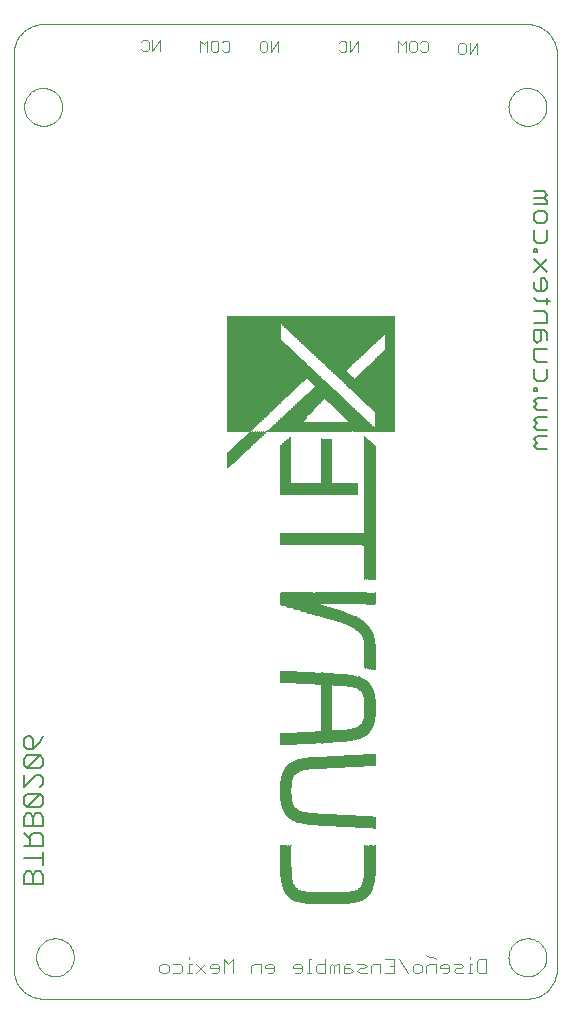
<source format=gbo>
G75*
%MOIN*%
%OFA0B0*%
%FSLAX24Y24*%
%IPPOS*%
%LPD*%
%AMOC8*
5,1,8,0,0,1.08239X$1,22.5*
%
%ADD10C,0.0030*%
%ADD11C,0.0060*%
%ADD12C,0.0040*%
%ADD13C,0.0000*%
%ADD14R,0.0011X0.0011*%
%ADD15R,0.0011X0.0542*%
%ADD16R,0.0011X0.3850*%
%ADD17R,0.0011X0.0542*%
%ADD18R,0.0011X0.0531*%
%ADD19R,0.0011X0.0531*%
%ADD20R,0.0011X0.0531*%
%ADD21R,0.0011X0.0542*%
%ADD22R,0.0011X0.4392*%
%ADD23R,0.0011X0.4381*%
%ADD24R,0.0011X0.0520*%
%ADD25R,0.0011X0.3839*%
%ADD26R,0.0011X0.0509*%
%ADD27R,0.0011X0.3828*%
%ADD28R,0.0011X0.0498*%
%ADD29R,0.0011X0.3817*%
%ADD30R,0.0011X0.0487*%
%ADD31R,0.0011X0.3806*%
%ADD32R,0.0011X0.0476*%
%ADD33R,0.0011X0.3795*%
%ADD34R,0.0011X0.0465*%
%ADD35R,0.0011X0.3784*%
%ADD36R,0.0011X0.0454*%
%ADD37R,0.0011X0.3773*%
%ADD38R,0.0011X0.0442*%
%ADD39R,0.0011X0.3761*%
%ADD40R,0.0011X0.0431*%
%ADD41R,0.0011X0.3750*%
%ADD42R,0.0011X0.0420*%
%ADD43R,0.0011X0.3739*%
%ADD44R,0.0011X0.0409*%
%ADD45R,0.0011X0.3728*%
%ADD46R,0.0011X0.3717*%
%ADD47R,0.0011X0.0387*%
%ADD48R,0.0011X0.3706*%
%ADD49R,0.0011X0.3695*%
%ADD50R,0.0011X0.0376*%
%ADD51R,0.0011X0.3684*%
%ADD52R,0.0011X0.0365*%
%ADD53R,0.0011X0.0354*%
%ADD54R,0.0011X0.3673*%
%ADD55R,0.0011X0.0343*%
%ADD56R,0.0011X0.3662*%
%ADD57R,0.0011X0.0332*%
%ADD58R,0.0011X0.3651*%
%ADD59R,0.0011X0.0321*%
%ADD60R,0.0011X0.3640*%
%ADD61R,0.0011X0.0310*%
%ADD62R,0.0011X0.3629*%
%ADD63R,0.0011X0.0299*%
%ADD64R,0.0011X0.3618*%
%ADD65R,0.0011X0.0288*%
%ADD66R,0.0011X0.3607*%
%ADD67R,0.0011X0.0277*%
%ADD68R,0.0011X0.3595*%
%ADD69R,0.0011X0.0266*%
%ADD70R,0.0011X0.3584*%
%ADD71R,0.0011X0.0254*%
%ADD72R,0.0011X0.3573*%
%ADD73R,0.0011X0.0243*%
%ADD74R,0.0011X0.3562*%
%ADD75R,0.0011X0.3551*%
%ADD76R,0.0011X0.0232*%
%ADD77R,0.0011X0.3540*%
%ADD78R,0.0011X0.0221*%
%ADD79R,0.0011X0.3529*%
%ADD80R,0.0011X0.0210*%
%ADD81R,0.0011X0.3518*%
%ADD82R,0.0011X0.0199*%
%ADD83R,0.0011X0.0188*%
%ADD84R,0.0011X0.3507*%
%ADD85R,0.0011X0.0177*%
%ADD86R,0.0011X0.3496*%
%ADD87R,0.0011X0.0166*%
%ADD88R,0.0011X0.3485*%
%ADD89R,0.0011X0.0155*%
%ADD90R,0.0011X0.3474*%
%ADD91R,0.0011X0.0144*%
%ADD92R,0.0011X0.3463*%
%ADD93R,0.0011X0.0133*%
%ADD94R,0.0011X0.3452*%
%ADD95R,0.0011X0.0122*%
%ADD96R,0.0011X0.3441*%
%ADD97R,0.0011X0.0111*%
%ADD98R,0.0011X0.3430*%
%ADD99R,0.0011X0.0100*%
%ADD100R,0.0011X0.3419*%
%ADD101R,0.0011X0.0089*%
%ADD102R,0.0011X0.3407*%
%ADD103R,0.0011X0.0077*%
%ADD104R,0.0011X0.3396*%
%ADD105R,0.0011X0.0066*%
%ADD106R,0.0011X0.3385*%
%ADD107R,0.0011X0.3374*%
%ADD108R,0.0011X0.0055*%
%ADD109R,0.0011X0.3363*%
%ADD110R,0.0011X0.0033*%
%ADD111R,0.0011X0.3352*%
%ADD112R,0.0011X0.0022*%
%ADD113R,0.0011X0.3341*%
%ADD114R,0.0011X0.0011*%
%ADD115R,0.0011X0.3330*%
%ADD116R,0.0011X0.3319*%
%ADD117R,0.0011X0.0011*%
%ADD118R,0.0011X0.3308*%
%ADD119R,0.0011X0.0022*%
%ADD120R,0.0011X0.3297*%
%ADD121R,0.0011X0.3286*%
%ADD122R,0.0011X0.0044*%
%ADD123R,0.0011X0.3275*%
%ADD124R,0.0011X0.0055*%
%ADD125R,0.0011X0.3264*%
%ADD126R,0.0011X0.0066*%
%ADD127R,0.0011X0.3253*%
%ADD128R,0.0011X0.3241*%
%ADD129R,0.0011X0.0089*%
%ADD130R,0.0011X0.3230*%
%ADD131R,0.0011X0.3219*%
%ADD132R,0.0011X0.0100*%
%ADD133R,0.0011X0.3208*%
%ADD134R,0.0011X0.3197*%
%ADD135R,0.0011X0.3186*%
%ADD136R,0.0011X0.0133*%
%ADD137R,0.0011X0.3175*%
%ADD138R,0.0011X0.0144*%
%ADD139R,0.0011X0.3164*%
%ADD140R,0.0011X0.0166*%
%ADD141R,0.0011X0.3153*%
%ADD142R,0.0011X0.0177*%
%ADD143R,0.0011X0.3142*%
%ADD144R,0.0011X0.3131*%
%ADD145R,0.0011X0.3120*%
%ADD146R,0.0011X0.0210*%
%ADD147R,0.0011X0.3109*%
%ADD148R,0.0011X0.0221*%
%ADD149R,0.0011X0.3098*%
%ADD150R,0.0011X0.3087*%
%ADD151R,0.0011X0.3076*%
%ADD152R,0.0011X0.0254*%
%ADD153R,0.0011X0.3064*%
%ADD154R,0.0011X0.3053*%
%ADD155R,0.0011X0.3042*%
%ADD156R,0.0011X0.3031*%
%ADD157R,0.0011X0.0288*%
%ADD158R,0.0011X0.3020*%
%ADD159R,0.0011X0.0299*%
%ADD160R,0.0011X0.2998*%
%ADD161R,0.0011X0.2987*%
%ADD162R,0.0011X0.0332*%
%ADD163R,0.0011X0.2976*%
%ADD164R,0.0011X0.2965*%
%ADD165R,0.0011X0.0365*%
%ADD166R,0.0011X0.2954*%
%ADD167R,0.0011X0.0376*%
%ADD168R,0.0011X0.2943*%
%ADD169R,0.0011X0.2932*%
%ADD170R,0.0011X0.0398*%
%ADD171R,0.0011X0.2921*%
%ADD172R,0.0011X0.0409*%
%ADD173R,0.0011X0.2910*%
%ADD174R,0.0011X0.0420*%
%ADD175R,0.0011X0.2644*%
%ADD176R,0.0011X0.0929*%
%ADD177R,0.0011X0.0409*%
%ADD178R,0.0011X0.1648*%
%ADD179R,0.0011X0.2113*%
%ADD180R,0.0011X0.1051*%
%ADD181R,0.0011X0.0686*%
%ADD182R,0.0011X0.0443*%
%ADD183R,0.0011X0.2091*%
%ADD184R,0.0011X0.1151*%
%ADD185R,0.0011X0.0819*%
%ADD186R,0.0011X0.1659*%
%ADD187R,0.0011X0.0454*%
%ADD188R,0.0011X0.2069*%
%ADD189R,0.0011X0.1217*%
%ADD190R,0.0011X0.0940*%
%ADD191R,0.0011X0.1671*%
%ADD192R,0.0011X0.2058*%
%ADD193R,0.0011X0.0266*%
%ADD194R,0.0011X0.1250*%
%ADD195R,0.0011X0.0996*%
%ADD196R,0.0011X0.1682*%
%ADD197R,0.0011X0.2036*%
%ADD198R,0.0011X0.1316*%
%ADD199R,0.0011X0.1084*%
%ADD200R,0.0011X0.0454*%
%ADD201R,0.0011X0.1693*%
%ADD202R,0.0011X0.2014*%
%ADD203R,0.0011X0.1350*%
%ADD204R,0.0011X0.0487*%
%ADD205R,0.0011X0.1991*%
%ADD206R,0.0011X0.1383*%
%ADD207R,0.0011X0.1206*%
%ADD208R,0.0011X0.1715*%
%ADD209R,0.0011X0.0498*%
%ADD210R,0.0011X0.1980*%
%ADD211R,0.0011X0.1416*%
%ADD212R,0.0011X0.1261*%
%ADD213R,0.0011X0.0465*%
%ADD214R,0.0011X0.1958*%
%ADD215R,0.0011X0.1449*%
%ADD216R,0.0011X0.1305*%
%ADD217R,0.0011X0.1726*%
%ADD218R,0.0011X0.0520*%
%ADD219R,0.0011X0.1936*%
%ADD220R,0.0011X0.1471*%
%ADD221R,0.0011X0.1350*%
%ADD222R,0.0011X0.0420*%
%ADD223R,0.0011X0.1737*%
%ADD224R,0.0011X0.1914*%
%ADD225R,0.0011X0.0343*%
%ADD226R,0.0011X0.1493*%
%ADD227R,0.0011X0.1394*%
%ADD228R,0.0011X0.1748*%
%ADD229R,0.0011X0.1892*%
%ADD230R,0.0011X0.1516*%
%ADD231R,0.0011X0.1438*%
%ADD232R,0.0011X0.1759*%
%ADD233R,0.0011X0.0553*%
%ADD234R,0.0011X0.1870*%
%ADD235R,0.0011X0.1538*%
%ADD236R,0.0011X0.1471*%
%ADD237R,0.0011X0.1770*%
%ADD238R,0.0011X0.0564*%
%ADD239R,0.0011X0.1848*%
%ADD240R,0.0011X0.1560*%
%ADD241R,0.0011X0.1505*%
%ADD242R,0.0011X0.1781*%
%ADD243R,0.0011X0.0575*%
%ADD244R,0.0011X0.1825*%
%ADD245R,0.0011X0.1582*%
%ADD246R,0.0011X0.1549*%
%ADD247R,0.0011X0.0586*%
%ADD248R,0.0011X0.1803*%
%ADD249R,0.0011X0.1593*%
%ADD250R,0.0011X0.1571*%
%ADD251R,0.0011X0.1792*%
%ADD252R,0.0011X0.0597*%
%ADD253R,0.0011X0.1781*%
%ADD254R,0.0011X0.1615*%
%ADD255R,0.0011X0.1604*%
%ADD256R,0.0011X0.1803*%
%ADD257R,0.0011X0.0609*%
%ADD258R,0.0011X0.1626*%
%ADD259R,0.0011X0.1637*%
%ADD260R,0.0011X0.1814*%
%ADD261R,0.0011X0.0620*%
%ADD262R,0.0011X0.1737*%
%ADD263R,0.0011X0.1648*%
%ADD264R,0.0011X0.1825*%
%ADD265R,0.0011X0.1715*%
%ADD266R,0.0011X0.1659*%
%ADD267R,0.0011X0.1671*%
%ADD268R,0.0011X0.1836*%
%ADD269R,0.0011X0.0631*%
%ADD270R,0.0011X0.1704*%
%ADD271R,0.0011X0.1704*%
%ADD272R,0.0011X0.0642*%
%ADD273R,0.0011X0.1682*%
%ADD274R,0.0011X0.1726*%
%ADD275R,0.0011X0.1859*%
%ADD276R,0.0011X0.0653*%
%ADD277R,0.0011X0.1670*%
%ADD278R,0.0011X0.1693*%
%ADD279R,0.0011X0.1870*%
%ADD280R,0.0011X0.0664*%
%ADD281R,0.0011X0.1637*%
%ADD282R,0.0011X0.1704*%
%ADD283R,0.0011X0.1770*%
%ADD284R,0.0011X0.0675*%
%ADD285R,0.0011X0.1615*%
%ADD286R,0.0011X0.1715*%
%ADD287R,0.0011X0.1881*%
%ADD288R,0.0011X0.0686*%
%ADD289R,0.0011X0.1604*%
%ADD290R,0.0011X0.0498*%
%ADD291R,0.0011X0.1726*%
%ADD292R,0.0011X0.1892*%
%ADD293R,0.0011X0.0697*%
%ADD294R,0.0011X0.1582*%
%ADD295R,0.0011X0.1737*%
%ADD296R,0.0011X0.1903*%
%ADD297R,0.0011X0.0708*%
%ADD298R,0.0011X0.0520*%
%ADD299R,0.0011X0.0719*%
%ADD300R,0.0011X0.1538*%
%ADD301R,0.0011X0.0730*%
%ADD302R,0.0011X0.1770*%
%ADD303R,0.0011X0.1870*%
%ADD304R,0.0011X0.1925*%
%ADD305R,0.0011X0.0741*%
%ADD306R,0.0011X0.1881*%
%ADD307R,0.0011X0.1936*%
%ADD308R,0.0011X0.0752*%
%ADD309R,0.0011X0.1073*%
%ADD310R,0.0011X0.0863*%
%ADD311R,0.0011X0.0852*%
%ADD312R,0.0011X0.0398*%
%ADD313R,0.0011X0.0763*%
%ADD314R,0.0011X0.1449*%
%ADD315R,0.0011X0.0841*%
%ADD316R,0.0011X0.0719*%
%ADD317R,0.0011X0.0774*%
%ADD318R,0.0011X0.1427*%
%ADD319R,0.0011X0.0730*%
%ADD320R,0.0011X0.0642*%
%ADD321R,0.0011X0.0653*%
%ADD322R,0.0011X0.0785*%
%ADD323R,0.0011X0.1405*%
%ADD324R,0.0011X0.0597*%
%ADD325R,0.0011X0.0608*%
%ADD326R,0.0011X0.0797*%
%ADD327R,0.0011X0.1383*%
%ADD328R,0.0011X0.0631*%
%ADD329R,0.0011X0.0575*%
%ADD330R,0.0011X0.0575*%
%ADD331R,0.0011X0.1372*%
%ADD332R,0.0011X0.0586*%
%ADD333R,0.0011X0.0808*%
%ADD334R,0.0011X0.0553*%
%ADD335R,0.0011X0.1328*%
%ADD336R,0.0011X0.0509*%
%ADD337R,0.0011X0.0564*%
%ADD338R,0.0011X0.0830*%
%ADD339R,0.0011X0.1317*%
%ADD340R,0.0011X0.0487*%
%ADD341R,0.0011X0.0841*%
%ADD342R,0.0011X0.1294*%
%ADD343R,0.0011X0.0852*%
%ADD344R,0.0011X0.1272*%
%ADD345R,0.0011X0.0476*%
%ADD346R,0.0011X0.0476*%
%ADD347R,0.0011X0.0863*%
%ADD348R,0.0011X0.0675*%
%ADD349R,0.0011X0.0465*%
%ADD350R,0.0011X0.0874*%
%ADD351R,0.0011X0.1228*%
%ADD352R,0.0011X0.0885*%
%ADD353R,0.0011X0.0896*%
%ADD354R,0.0011X0.1184*%
%ADD355R,0.0011X0.0907*%
%ADD356R,0.0011X0.1162*%
%ADD357R,0.0011X0.0918*%
%ADD358R,0.0011X0.1140*%
%ADD359R,0.0011X0.0443*%
%ADD360R,0.0011X0.0929*%
%ADD361R,0.0011X0.1117*%
%ADD362R,0.0011X0.0597*%
%ADD363R,0.0011X0.1095*%
%ADD364R,0.0011X0.0951*%
%ADD365R,0.0011X0.1073*%
%ADD366R,0.0011X0.0752*%
%ADD367R,0.0011X0.0963*%
%ADD368R,0.0011X0.1051*%
%ADD369R,0.0011X0.0431*%
%ADD370R,0.0011X0.0974*%
%ADD371R,0.0011X0.1040*%
%ADD372R,0.0011X0.0774*%
%ADD373R,0.0011X0.0608*%
%ADD374R,0.0011X0.1018*%
%ADD375R,0.0011X0.0985*%
%ADD376R,0.0011X0.0996*%
%ADD377R,0.0011X0.0619*%
%ADD378R,0.0011X0.0985*%
%ADD379R,0.0011X0.0431*%
%ADD380R,0.0011X0.1007*%
%ADD381R,0.0011X0.0962*%
%ADD382R,0.0011X0.0830*%
%ADD383R,0.0011X0.1029*%
%ADD384R,0.0011X0.0907*%
%ADD385R,0.0011X0.1040*%
%ADD386R,0.0011X0.0852*%
%ADD387R,0.0011X0.0874*%
%ADD388R,0.0011X0.1062*%
%ADD389R,0.0011X0.0642*%
%ADD390R,0.0011X0.0808*%
%ADD391R,0.0011X0.0785*%
%ADD392R,0.0011X0.1106*%
%ADD393R,0.0011X0.0653*%
%ADD394R,0.0011X0.0929*%
%ADD395R,0.0011X0.0398*%
%ADD396R,0.0011X0.0774*%
%ADD397R,0.0011X0.0675*%
%ADD398R,0.0011X0.1007*%
%ADD399R,0.0011X0.0697*%
%ADD400R,0.0011X0.0763*%
%ADD401R,0.0011X0.1084*%
%ADD402R,0.0011X0.1106*%
%ADD403R,0.0011X0.1117*%
%ADD404R,0.0011X0.1128*%
%ADD405R,0.0011X0.0752*%
%ADD406R,0.0011X0.1139*%
%ADD407R,0.0011X0.1151*%
%ADD408R,0.0011X0.0730*%
%ADD409R,0.0011X0.1173*%
%ADD410R,0.0011X0.1184*%
%ADD411R,0.0011X0.1195*%
%ADD412R,0.0011X0.1206*%
%ADD413R,0.0011X0.1272*%
%ADD414R,0.0011X0.1283*%
%ADD415R,0.0011X0.1294*%
%ADD416R,0.0011X0.0763*%
%ADD417R,0.0011X0.1305*%
%ADD418R,0.0011X0.1339*%
%ADD419R,0.0011X0.1162*%
%ADD420R,0.0011X0.1350*%
%ADD421R,0.0011X0.1361*%
%ADD422R,0.0011X0.1394*%
%ADD423R,0.0011X0.1029*%
%ADD424R,0.0011X0.1427*%
%ADD425R,0.0011X0.1438*%
%ADD426R,0.0011X0.0376*%
%ADD427R,0.0011X0.1460*%
%ADD428R,0.0011X0.0387*%
%ADD429R,0.0011X0.1482*%
%ADD430R,0.0011X0.1494*%
%ADD431R,0.0011X0.0044*%
%ADD432R,0.0011X0.1505*%
%ADD433R,0.0011X0.2367*%
%ADD434R,0.0011X0.1516*%
%ADD435R,0.0011X0.1527*%
%ADD436R,0.0011X0.2345*%
%ADD437R,0.0011X0.1549*%
%ADD438R,0.0011X0.1582*%
%ADD439R,0.0011X0.1626*%
%ADD440R,0.0011X0.2334*%
%ADD441R,0.0011X0.2323*%
%ADD442R,0.0011X0.1748*%
%ADD443R,0.0011X0.1803*%
%ADD444R,0.0011X0.1825*%
%ADD445R,0.0011X0.1848*%
%ADD446R,0.0011X0.1859*%
%ADD447R,0.0011X0.1903*%
%ADD448R,0.0011X0.1925*%
%ADD449R,0.0011X0.1958*%
%ADD450R,0.0011X0.1969*%
%ADD451R,0.0011X0.1980*%
%ADD452R,0.0011X0.2002*%
%ADD453R,0.0011X0.2025*%
%ADD454R,0.0011X0.2047*%
%ADD455R,0.0011X0.2058*%
%ADD456R,0.0011X0.2080*%
%ADD457R,0.0011X0.2102*%
%ADD458R,0.0011X0.2113*%
%ADD459R,0.0011X0.2124*%
%ADD460R,0.0011X0.2135*%
%ADD461R,0.0011X0.2146*%
%ADD462R,0.0011X0.2157*%
%ADD463R,0.0011X0.2168*%
%ADD464R,0.0011X0.2179*%
%ADD465R,0.0011X0.2190*%
%ADD466R,0.0011X0.2202*%
%ADD467R,0.0011X0.2213*%
%ADD468R,0.0011X0.2224*%
%ADD469R,0.0011X0.2235*%
%ADD470R,0.0011X0.2246*%
%ADD471R,0.0011X0.2257*%
%ADD472R,0.0011X0.2268*%
%ADD473R,0.0011X0.2279*%
%ADD474R,0.0011X0.1593*%
%ADD475R,0.0011X0.0631*%
%ADD476R,0.0011X0.0741*%
%ADD477R,0.0011X0.0786*%
%ADD478R,0.0011X0.0830*%
%ADD479R,0.0011X0.0896*%
%ADD480R,0.0011X0.0918*%
%ADD481R,0.0011X0.0940*%
%ADD482R,0.0011X0.0985*%
%ADD483R,0.0011X0.0564*%
%ADD484R,0.0011X0.0553*%
%ADD485R,0.0011X0.1007*%
%ADD486R,0.0011X0.1051*%
%ADD487R,0.0011X0.0686*%
%ADD488R,0.0011X0.1095*%
%ADD489R,0.0011X0.1239*%
%ADD490R,0.0011X0.1781*%
%ADD491R,0.0011X0.1892*%
%ADD492R,0.0011X0.4768*%
%ADD493R,0.0011X0.4757*%
%ADD494R,0.0011X0.1139*%
%ADD495R,0.0011X0.1859*%
%ADD496R,0.0011X0.4746*%
%ADD497R,0.0011X0.1162*%
%ADD498R,0.0011X0.1836*%
%ADD499R,0.0011X0.1494*%
%ADD500R,0.0011X0.4735*%
%ADD501R,0.0011X0.1184*%
%ADD502R,0.0011X0.4724*%
%ADD503R,0.0011X0.1206*%
%ADD504R,0.0011X0.1814*%
%ADD505R,0.0011X0.4713*%
%ADD506R,0.0011X0.1228*%
%ADD507R,0.0011X0.1792*%
%ADD508R,0.0011X0.0387*%
%ADD509R,0.0011X0.4702*%
%ADD510R,0.0011X0.1460*%
%ADD511R,0.0011X0.4691*%
%ADD512R,0.0011X0.4680*%
%ADD513R,0.0011X0.4669*%
%ADD514R,0.0011X0.1427*%
%ADD515R,0.0011X0.4657*%
%ADD516R,0.0011X0.1416*%
%ADD517R,0.0011X0.4646*%
%ADD518R,0.0011X0.1339*%
%ADD519R,0.0011X0.1416*%
%ADD520R,0.0011X0.1361*%
%ADD521R,0.0011X0.1637*%
%ADD522R,0.0011X0.1405*%
%ADD523R,0.0011X0.4635*%
%ADD524R,0.0011X0.1383*%
%ADD525R,0.0011X0.1615*%
%ADD526R,0.0011X0.4624*%
%ADD527R,0.0011X0.1405*%
%ADD528R,0.0011X0.4613*%
%ADD529R,0.0011X0.1549*%
%ADD530R,0.0011X0.4602*%
%ADD531R,0.0011X0.1449*%
%ADD532R,0.0011X0.4591*%
%ADD533R,0.0011X0.4580*%
%ADD534R,0.0011X0.1527*%
%ADD535R,0.0011X0.1460*%
%ADD536R,0.0011X0.4569*%
%ADD537R,0.0011X0.1505*%
%ADD538R,0.0011X0.4558*%
%ADD539R,0.0011X0.1482*%
%ADD540R,0.0011X0.4547*%
%ADD541R,0.0011X0.1560*%
%ADD542R,0.0011X0.1438*%
%ADD543R,0.0011X0.1228*%
%ADD544R,0.0011X0.4536*%
%ADD545R,0.0011X0.1239*%
%ADD546R,0.0011X0.4514*%
%ADD547R,0.0011X0.1361*%
%ADD548R,0.0011X0.1195*%
%ADD549R,0.0011X0.4503*%
%ADD550R,0.0011X0.1328*%
%ADD551R,0.0011X0.4492*%
%ADD552R,0.0011X0.4481*%
%ADD553R,0.0011X0.0974*%
%ADD554R,0.0011X0.1073*%
%ADD555R,0.0011X0.0874*%
%ADD556R,0.0011X0.4469*%
%ADD557R,0.0011X0.4458*%
%ADD558R,0.0011X0.4436*%
%ADD559R,0.0011X0.1759*%
%ADD560R,0.0011X0.2434*%
%ADD561R,0.0011X0.2445*%
%ADD562R,0.0011X0.2456*%
%ADD563R,0.0011X0.2467*%
%ADD564R,0.0011X0.2478*%
%ADD565R,0.0011X0.2489*%
%ADD566R,0.0011X0.2500*%
%ADD567R,0.0011X0.2511*%
%ADD568R,0.0011X0.2522*%
%ADD569R,0.0011X0.2533*%
%ADD570R,0.0011X0.2544*%
%ADD571R,0.0011X0.2556*%
%ADD572R,0.0011X0.2567*%
%ADD573R,0.0011X0.2578*%
%ADD574R,0.0011X0.2589*%
%ADD575R,0.0011X0.2600*%
%ADD576R,0.0011X0.2611*%
%ADD577R,0.0011X0.2622*%
%ADD578R,0.0011X0.2633*%
%ADD579R,0.0011X0.2644*%
%ADD580R,0.0011X0.2655*%
%ADD581R,0.0011X0.2666*%
%ADD582R,0.0011X0.2677*%
%ADD583R,0.0011X0.2688*%
%ADD584R,0.0011X0.2699*%
%ADD585R,0.0011X0.2710*%
%ADD586R,0.0011X0.2722*%
D10*
X006485Y037200D02*
X006424Y037262D01*
X006485Y037200D02*
X006609Y037200D01*
X006671Y037262D01*
X006671Y037508D01*
X006609Y037570D01*
X006485Y037570D01*
X006424Y037508D01*
X006792Y037570D02*
X006792Y037200D01*
X007039Y037570D01*
X007039Y037200D01*
X008375Y037180D02*
X008375Y037550D01*
X008499Y037427D01*
X008622Y037550D01*
X008622Y037180D01*
X008744Y037242D02*
X008744Y037488D01*
X008805Y037550D01*
X008929Y037550D01*
X008991Y037488D01*
X008991Y037242D01*
X008929Y037180D01*
X008805Y037180D01*
X008744Y037242D01*
X009112Y037242D02*
X009174Y037180D01*
X009297Y037180D01*
X009359Y037242D01*
X009359Y037488D01*
X009297Y037550D01*
X009174Y037550D01*
X009112Y037488D01*
X010374Y037478D02*
X010374Y037232D01*
X010435Y037170D01*
X010559Y037170D01*
X010621Y037232D01*
X010621Y037478D01*
X010559Y037540D01*
X010435Y037540D01*
X010374Y037478D01*
X010742Y037540D02*
X010742Y037170D01*
X010989Y037540D01*
X010989Y037170D01*
X013014Y037222D02*
X013075Y037160D01*
X013199Y037160D01*
X013261Y037222D01*
X013261Y037468D01*
X013199Y037530D01*
X013075Y037530D01*
X013014Y037468D01*
X013382Y037530D02*
X013382Y037160D01*
X013629Y037530D01*
X013629Y037160D01*
X014985Y037170D02*
X014985Y037540D01*
X015109Y037417D01*
X015232Y037540D01*
X015232Y037170D01*
X015354Y037232D02*
X015354Y037478D01*
X015415Y037540D01*
X015539Y037540D01*
X015601Y037478D01*
X015601Y037232D01*
X015539Y037170D01*
X015415Y037170D01*
X015354Y037232D01*
X015722Y037232D02*
X015784Y037170D01*
X015907Y037170D01*
X015969Y037232D01*
X015969Y037478D01*
X015907Y037540D01*
X015784Y037540D01*
X015722Y037478D01*
X016994Y037408D02*
X017055Y037470D01*
X017179Y037470D01*
X017241Y037408D01*
X017241Y037162D01*
X017179Y037100D01*
X017055Y037100D01*
X016994Y037162D01*
X016994Y037408D01*
X017362Y037470D02*
X017362Y037100D01*
X017609Y037470D01*
X017609Y037100D01*
D11*
X019522Y032524D02*
X019842Y032524D01*
X019949Y032417D01*
X019842Y032311D01*
X019522Y032311D01*
X019522Y032097D02*
X019949Y032097D01*
X019949Y032204D01*
X019842Y032311D01*
X019842Y031879D02*
X019628Y031879D01*
X019522Y031773D01*
X019522Y031559D01*
X019628Y031452D01*
X019842Y031452D01*
X019949Y031559D01*
X019949Y031773D01*
X019842Y031879D01*
X019949Y031235D02*
X019949Y030915D01*
X019842Y030808D01*
X019628Y030808D01*
X019522Y030915D01*
X019522Y031235D01*
X019522Y030592D02*
X019522Y030486D01*
X019628Y030486D01*
X019628Y030592D01*
X019522Y030592D01*
X019522Y030268D02*
X019949Y029841D01*
X019842Y029624D02*
X019735Y029624D01*
X019735Y029197D01*
X019628Y029197D02*
X019842Y029197D01*
X019949Y029303D01*
X019949Y029517D01*
X019842Y029624D01*
X019522Y029517D02*
X019522Y029303D01*
X019628Y029197D01*
X019522Y028980D02*
X019628Y028874D01*
X020055Y028874D01*
X019949Y028980D02*
X019949Y028767D01*
X019842Y028549D02*
X019522Y028549D01*
X019842Y028549D02*
X019949Y028443D01*
X019949Y028122D01*
X019522Y028122D01*
X019522Y027905D02*
X019522Y027584D01*
X019628Y027478D01*
X019735Y027584D01*
X019735Y027905D01*
X019842Y027905D02*
X019522Y027905D01*
X019842Y027905D02*
X019949Y027798D01*
X019949Y027584D01*
X019949Y027260D02*
X019522Y027260D01*
X019522Y026940D01*
X019628Y026833D01*
X019949Y026833D01*
X019949Y026616D02*
X019949Y026295D01*
X019842Y026189D01*
X019628Y026189D01*
X019522Y026295D01*
X019522Y026616D01*
X019522Y025973D02*
X019522Y025866D01*
X019628Y025866D01*
X019628Y025973D01*
X019522Y025973D01*
X019628Y025649D02*
X019949Y025649D01*
X019628Y025649D02*
X019522Y025542D01*
X019628Y025435D01*
X019522Y025329D01*
X019628Y025222D01*
X019949Y025222D01*
X019949Y025004D02*
X019628Y025004D01*
X019522Y024898D01*
X019628Y024791D01*
X019522Y024684D01*
X019628Y024577D01*
X019949Y024577D01*
X019949Y024360D02*
X019628Y024360D01*
X019522Y024253D01*
X019628Y024146D01*
X019522Y024039D01*
X019628Y023933D01*
X019949Y023933D01*
X019522Y029841D02*
X019949Y030268D01*
X003136Y014367D02*
X003029Y014154D01*
X002816Y013940D01*
X002816Y014260D01*
X002709Y014367D01*
X002602Y014367D01*
X002496Y014260D01*
X002496Y014047D01*
X002602Y013940D01*
X002816Y013940D01*
X003029Y013723D02*
X002602Y013723D01*
X002496Y013616D01*
X002496Y013402D01*
X002602Y013296D01*
X003029Y013723D01*
X003136Y013616D01*
X003136Y013402D01*
X003029Y013296D01*
X002602Y013296D01*
X002496Y013078D02*
X002496Y012651D01*
X002923Y013078D01*
X003029Y013078D01*
X003136Y012971D01*
X003136Y012758D01*
X003029Y012651D01*
X003029Y012434D02*
X002602Y012007D01*
X002496Y012113D01*
X002496Y012327D01*
X002602Y012434D01*
X003029Y012434D01*
X003136Y012327D01*
X003136Y012113D01*
X003029Y012007D01*
X002602Y012007D01*
X002602Y011789D02*
X002496Y011682D01*
X002496Y011362D01*
X003136Y011362D01*
X003136Y011682D01*
X003029Y011789D01*
X002923Y011789D01*
X002816Y011682D01*
X002816Y011362D01*
X002816Y011145D02*
X002709Y011038D01*
X002709Y010717D01*
X002496Y010717D02*
X003136Y010717D01*
X003136Y011038D01*
X003029Y011145D01*
X002816Y011145D01*
X002709Y010931D02*
X002496Y011145D01*
X002816Y011682D02*
X002709Y011789D01*
X002602Y011789D01*
X003136Y010500D02*
X003136Y010073D01*
X003136Y010286D02*
X002496Y010286D01*
X002602Y009855D02*
X002496Y009749D01*
X002496Y009428D01*
X003136Y009428D01*
X003136Y009749D01*
X003029Y009855D01*
X002923Y009855D01*
X002816Y009749D01*
X002816Y009428D01*
X002816Y009749D02*
X002709Y009855D01*
X002602Y009855D01*
D12*
X007024Y006697D02*
X007100Y006774D01*
X007254Y006774D01*
X007330Y006697D01*
X007330Y006544D01*
X007254Y006467D01*
X007100Y006467D01*
X007024Y006544D01*
X007024Y006697D01*
X007484Y006774D02*
X007714Y006774D01*
X007791Y006697D01*
X007791Y006544D01*
X007714Y006467D01*
X007484Y006467D01*
X007944Y006467D02*
X008098Y006467D01*
X008021Y006467D02*
X008021Y006774D01*
X008098Y006774D01*
X008251Y006774D02*
X008558Y006467D01*
X008712Y006621D02*
X009019Y006621D01*
X009019Y006697D02*
X008942Y006774D01*
X008788Y006774D01*
X008712Y006697D01*
X008712Y006621D01*
X008788Y006467D02*
X008942Y006467D01*
X009019Y006544D01*
X009019Y006697D01*
X009172Y006467D02*
X009172Y006928D01*
X009325Y006774D01*
X009479Y006928D01*
X009479Y006467D01*
X010093Y006467D02*
X010093Y006697D01*
X010170Y006774D01*
X010400Y006774D01*
X010400Y006467D01*
X010553Y006621D02*
X010860Y006621D01*
X010860Y006697D02*
X010783Y006774D01*
X010630Y006774D01*
X010553Y006697D01*
X010553Y006621D01*
X010630Y006467D02*
X010783Y006467D01*
X010860Y006544D01*
X010860Y006697D01*
X011474Y006697D02*
X011474Y006621D01*
X011781Y006621D01*
X011781Y006697D02*
X011704Y006774D01*
X011551Y006774D01*
X011474Y006697D01*
X011551Y006467D02*
X011704Y006467D01*
X011781Y006544D01*
X011781Y006697D01*
X011934Y006467D02*
X012088Y006467D01*
X012011Y006467D02*
X012011Y006928D01*
X012088Y006928D01*
X012318Y006774D02*
X012241Y006697D01*
X012241Y006544D01*
X012318Y006467D01*
X012548Y006467D01*
X012548Y006928D01*
X012548Y006774D02*
X012318Y006774D01*
X012702Y006697D02*
X012702Y006467D01*
X012855Y006467D02*
X012855Y006697D01*
X012778Y006774D01*
X012702Y006697D01*
X012855Y006697D02*
X012932Y006774D01*
X013009Y006774D01*
X013009Y006467D01*
X013162Y006467D02*
X013162Y006697D01*
X013239Y006774D01*
X013392Y006774D01*
X013392Y006621D02*
X013162Y006621D01*
X013162Y006467D02*
X013392Y006467D01*
X013469Y006544D01*
X013392Y006621D01*
X013622Y006544D02*
X013699Y006467D01*
X013929Y006467D01*
X014083Y006467D02*
X014083Y006697D01*
X014160Y006774D01*
X014390Y006774D01*
X014390Y006467D01*
X014543Y006467D02*
X014850Y006467D01*
X014850Y006928D01*
X014543Y006928D01*
X014697Y006697D02*
X014850Y006697D01*
X015004Y006928D02*
X015311Y006467D01*
X015464Y006544D02*
X015464Y006697D01*
X015541Y006774D01*
X015694Y006774D01*
X015771Y006697D01*
X015771Y006544D01*
X015694Y006467D01*
X015541Y006467D01*
X015464Y006544D01*
X015924Y006467D02*
X015924Y006697D01*
X016001Y006774D01*
X016231Y006774D01*
X016231Y006467D01*
X016385Y006621D02*
X016692Y006621D01*
X016692Y006697D02*
X016615Y006774D01*
X016462Y006774D01*
X016385Y006697D01*
X016385Y006621D01*
X016462Y006467D02*
X016615Y006467D01*
X016692Y006544D01*
X016692Y006697D01*
X016845Y006774D02*
X017075Y006774D01*
X017152Y006697D01*
X017075Y006621D01*
X016922Y006621D01*
X016845Y006544D01*
X016922Y006467D01*
X017152Y006467D01*
X017306Y006467D02*
X017459Y006467D01*
X017382Y006467D02*
X017382Y006774D01*
X017459Y006774D01*
X017382Y006928D02*
X017382Y007004D01*
X017613Y006851D02*
X017689Y006928D01*
X017919Y006928D01*
X017919Y006467D01*
X017689Y006467D01*
X017613Y006544D01*
X017613Y006851D01*
X016231Y006928D02*
X016155Y007004D01*
X016001Y007004D01*
X015924Y007081D01*
X013929Y006697D02*
X013853Y006774D01*
X013622Y006774D01*
X013699Y006621D02*
X013853Y006621D01*
X013929Y006697D01*
X013699Y006621D02*
X013622Y006544D01*
X008558Y006774D02*
X008251Y006467D01*
X008021Y006928D02*
X008021Y007004D01*
D13*
X003149Y005613D02*
X019291Y005613D01*
X019353Y005615D01*
X019414Y005621D01*
X019475Y005630D01*
X019536Y005644D01*
X019595Y005661D01*
X019653Y005682D01*
X019710Y005707D01*
X019765Y005735D01*
X019818Y005766D01*
X019869Y005801D01*
X019918Y005839D01*
X019965Y005880D01*
X020008Y005923D01*
X020049Y005970D01*
X020087Y006019D01*
X020122Y006070D01*
X020153Y006123D01*
X020181Y006178D01*
X020206Y006235D01*
X020227Y006293D01*
X020244Y006352D01*
X020258Y006413D01*
X020267Y006474D01*
X020273Y006535D01*
X020275Y006597D01*
X020275Y037109D01*
X020273Y037171D01*
X020267Y037232D01*
X020258Y037293D01*
X020244Y037354D01*
X020227Y037413D01*
X020206Y037471D01*
X020181Y037528D01*
X020153Y037583D01*
X020122Y037636D01*
X020087Y037687D01*
X020049Y037736D01*
X020008Y037783D01*
X019965Y037826D01*
X019918Y037867D01*
X019869Y037905D01*
X019818Y037940D01*
X019765Y037971D01*
X019710Y037999D01*
X019653Y038024D01*
X019595Y038045D01*
X019536Y038062D01*
X019475Y038076D01*
X019414Y038085D01*
X019353Y038091D01*
X019291Y038093D01*
X003149Y038093D01*
X003087Y038091D01*
X003026Y038085D01*
X002965Y038076D01*
X002904Y038062D01*
X002845Y038045D01*
X002787Y038024D01*
X002730Y037999D01*
X002675Y037971D01*
X002622Y037940D01*
X002571Y037905D01*
X002522Y037867D01*
X002475Y037826D01*
X002432Y037783D01*
X002391Y037736D01*
X002353Y037687D01*
X002318Y037636D01*
X002287Y037583D01*
X002259Y037528D01*
X002234Y037471D01*
X002213Y037413D01*
X002196Y037354D01*
X002182Y037293D01*
X002173Y037232D01*
X002167Y037171D01*
X002165Y037109D01*
X002165Y006597D01*
X002167Y006535D01*
X002173Y006474D01*
X002182Y006413D01*
X002196Y006352D01*
X002213Y006293D01*
X002234Y006235D01*
X002259Y006178D01*
X002287Y006123D01*
X002318Y006070D01*
X002353Y006019D01*
X002391Y005970D01*
X002432Y005923D01*
X002475Y005880D01*
X002522Y005839D01*
X002571Y005801D01*
X002622Y005766D01*
X002675Y005735D01*
X002730Y005707D01*
X002787Y005682D01*
X002845Y005661D01*
X002904Y005644D01*
X002965Y005630D01*
X003026Y005621D01*
X003087Y005615D01*
X003149Y005613D01*
X002913Y006991D02*
X002915Y007041D01*
X002921Y007091D01*
X002931Y007140D01*
X002945Y007188D01*
X002962Y007235D01*
X002983Y007280D01*
X003008Y007324D01*
X003036Y007365D01*
X003068Y007404D01*
X003102Y007441D01*
X003139Y007475D01*
X003179Y007505D01*
X003221Y007532D01*
X003265Y007556D01*
X003311Y007577D01*
X003358Y007593D01*
X003406Y007606D01*
X003456Y007615D01*
X003505Y007620D01*
X003556Y007621D01*
X003606Y007618D01*
X003655Y007611D01*
X003704Y007600D01*
X003752Y007585D01*
X003798Y007567D01*
X003843Y007545D01*
X003886Y007519D01*
X003927Y007490D01*
X003966Y007458D01*
X004002Y007423D01*
X004034Y007385D01*
X004064Y007345D01*
X004091Y007302D01*
X004114Y007258D01*
X004133Y007212D01*
X004149Y007164D01*
X004161Y007115D01*
X004169Y007066D01*
X004173Y007016D01*
X004173Y006966D01*
X004169Y006916D01*
X004161Y006867D01*
X004149Y006818D01*
X004133Y006770D01*
X004114Y006724D01*
X004091Y006680D01*
X004064Y006637D01*
X004034Y006597D01*
X004002Y006559D01*
X003966Y006524D01*
X003927Y006492D01*
X003886Y006463D01*
X003843Y006437D01*
X003798Y006415D01*
X003752Y006397D01*
X003704Y006382D01*
X003655Y006371D01*
X003606Y006364D01*
X003556Y006361D01*
X003505Y006362D01*
X003456Y006367D01*
X003406Y006376D01*
X003358Y006389D01*
X003311Y006405D01*
X003265Y006426D01*
X003221Y006450D01*
X003179Y006477D01*
X003139Y006507D01*
X003102Y006541D01*
X003068Y006578D01*
X003036Y006617D01*
X003008Y006658D01*
X002983Y006702D01*
X002962Y006747D01*
X002945Y006794D01*
X002931Y006842D01*
X002921Y006891D01*
X002915Y006941D01*
X002913Y006991D01*
X002519Y035337D02*
X002521Y035387D01*
X002527Y035437D01*
X002537Y035486D01*
X002551Y035534D01*
X002568Y035581D01*
X002589Y035626D01*
X002614Y035670D01*
X002642Y035711D01*
X002674Y035750D01*
X002708Y035787D01*
X002745Y035821D01*
X002785Y035851D01*
X002827Y035878D01*
X002871Y035902D01*
X002917Y035923D01*
X002964Y035939D01*
X003012Y035952D01*
X003062Y035961D01*
X003111Y035966D01*
X003162Y035967D01*
X003212Y035964D01*
X003261Y035957D01*
X003310Y035946D01*
X003358Y035931D01*
X003404Y035913D01*
X003449Y035891D01*
X003492Y035865D01*
X003533Y035836D01*
X003572Y035804D01*
X003608Y035769D01*
X003640Y035731D01*
X003670Y035691D01*
X003697Y035648D01*
X003720Y035604D01*
X003739Y035558D01*
X003755Y035510D01*
X003767Y035461D01*
X003775Y035412D01*
X003779Y035362D01*
X003779Y035312D01*
X003775Y035262D01*
X003767Y035213D01*
X003755Y035164D01*
X003739Y035116D01*
X003720Y035070D01*
X003697Y035026D01*
X003670Y034983D01*
X003640Y034943D01*
X003608Y034905D01*
X003572Y034870D01*
X003533Y034838D01*
X003492Y034809D01*
X003449Y034783D01*
X003404Y034761D01*
X003358Y034743D01*
X003310Y034728D01*
X003261Y034717D01*
X003212Y034710D01*
X003162Y034707D01*
X003111Y034708D01*
X003062Y034713D01*
X003012Y034722D01*
X002964Y034735D01*
X002917Y034751D01*
X002871Y034772D01*
X002827Y034796D01*
X002785Y034823D01*
X002745Y034853D01*
X002708Y034887D01*
X002674Y034924D01*
X002642Y034963D01*
X002614Y035004D01*
X002589Y035048D01*
X002568Y035093D01*
X002551Y035140D01*
X002537Y035188D01*
X002527Y035237D01*
X002521Y035287D01*
X002519Y035337D01*
X018661Y035337D02*
X018663Y035387D01*
X018669Y035437D01*
X018679Y035486D01*
X018693Y035534D01*
X018710Y035581D01*
X018731Y035626D01*
X018756Y035670D01*
X018784Y035711D01*
X018816Y035750D01*
X018850Y035787D01*
X018887Y035821D01*
X018927Y035851D01*
X018969Y035878D01*
X019013Y035902D01*
X019059Y035923D01*
X019106Y035939D01*
X019154Y035952D01*
X019204Y035961D01*
X019253Y035966D01*
X019304Y035967D01*
X019354Y035964D01*
X019403Y035957D01*
X019452Y035946D01*
X019500Y035931D01*
X019546Y035913D01*
X019591Y035891D01*
X019634Y035865D01*
X019675Y035836D01*
X019714Y035804D01*
X019750Y035769D01*
X019782Y035731D01*
X019812Y035691D01*
X019839Y035648D01*
X019862Y035604D01*
X019881Y035558D01*
X019897Y035510D01*
X019909Y035461D01*
X019917Y035412D01*
X019921Y035362D01*
X019921Y035312D01*
X019917Y035262D01*
X019909Y035213D01*
X019897Y035164D01*
X019881Y035116D01*
X019862Y035070D01*
X019839Y035026D01*
X019812Y034983D01*
X019782Y034943D01*
X019750Y034905D01*
X019714Y034870D01*
X019675Y034838D01*
X019634Y034809D01*
X019591Y034783D01*
X019546Y034761D01*
X019500Y034743D01*
X019452Y034728D01*
X019403Y034717D01*
X019354Y034710D01*
X019304Y034707D01*
X019253Y034708D01*
X019204Y034713D01*
X019154Y034722D01*
X019106Y034735D01*
X019059Y034751D01*
X019013Y034772D01*
X018969Y034796D01*
X018927Y034823D01*
X018887Y034853D01*
X018850Y034887D01*
X018816Y034924D01*
X018784Y034963D01*
X018756Y035004D01*
X018731Y035048D01*
X018710Y035093D01*
X018693Y035140D01*
X018679Y035188D01*
X018669Y035237D01*
X018663Y035287D01*
X018661Y035337D01*
X018661Y006991D02*
X018663Y007041D01*
X018669Y007091D01*
X018679Y007140D01*
X018693Y007188D01*
X018710Y007235D01*
X018731Y007280D01*
X018756Y007324D01*
X018784Y007365D01*
X018816Y007404D01*
X018850Y007441D01*
X018887Y007475D01*
X018927Y007505D01*
X018969Y007532D01*
X019013Y007556D01*
X019059Y007577D01*
X019106Y007593D01*
X019154Y007606D01*
X019204Y007615D01*
X019253Y007620D01*
X019304Y007621D01*
X019354Y007618D01*
X019403Y007611D01*
X019452Y007600D01*
X019500Y007585D01*
X019546Y007567D01*
X019591Y007545D01*
X019634Y007519D01*
X019675Y007490D01*
X019714Y007458D01*
X019750Y007423D01*
X019782Y007385D01*
X019812Y007345D01*
X019839Y007302D01*
X019862Y007258D01*
X019881Y007212D01*
X019897Y007164D01*
X019909Y007115D01*
X019917Y007066D01*
X019921Y007016D01*
X019921Y006966D01*
X019917Y006916D01*
X019909Y006867D01*
X019897Y006818D01*
X019881Y006770D01*
X019862Y006724D01*
X019839Y006680D01*
X019812Y006637D01*
X019782Y006597D01*
X019750Y006559D01*
X019714Y006524D01*
X019675Y006492D01*
X019634Y006463D01*
X019591Y006437D01*
X019546Y006415D01*
X019500Y006397D01*
X019452Y006382D01*
X019403Y006371D01*
X019354Y006364D01*
X019304Y006361D01*
X019253Y006362D01*
X019204Y006367D01*
X019154Y006376D01*
X019106Y006389D01*
X019059Y006405D01*
X019013Y006426D01*
X018969Y006450D01*
X018927Y006477D01*
X018887Y006507D01*
X018850Y006541D01*
X018816Y006578D01*
X018784Y006617D01*
X018756Y006658D01*
X018731Y006702D01*
X018710Y006747D01*
X018693Y006794D01*
X018679Y006842D01*
X018669Y006891D01*
X018663Y006941D01*
X018661Y006991D01*
D14*
X011071Y014447D03*
X012432Y022865D03*
X009312Y023297D03*
D15*
X009323Y023551D03*
X009489Y023706D03*
X009633Y023839D03*
X009678Y023883D03*
X009700Y023905D03*
X009810Y024005D03*
X009821Y024016D03*
X009843Y024038D03*
X009899Y024093D03*
X009998Y024182D03*
X010009Y024193D03*
X010032Y024215D03*
X011204Y024779D03*
X011403Y028087D03*
X013782Y024779D03*
X013826Y017931D03*
X011492Y011825D03*
X011514Y009158D03*
D16*
X010043Y026433D03*
X010032Y026433D03*
X010020Y026433D03*
X010009Y026433D03*
X009998Y026433D03*
X009987Y026433D03*
X009976Y026433D03*
X009965Y026433D03*
X009954Y026433D03*
X009943Y026433D03*
X009932Y026433D03*
X009921Y026433D03*
X009910Y026433D03*
X009899Y026433D03*
X009888Y026433D03*
X009877Y026433D03*
X009866Y026433D03*
X009855Y026433D03*
X009843Y026433D03*
X009832Y026433D03*
X009821Y026433D03*
X009810Y026433D03*
X009799Y026433D03*
X009788Y026433D03*
X009777Y026433D03*
X009766Y026433D03*
X009755Y026433D03*
X009744Y026433D03*
X009733Y026433D03*
X009722Y026433D03*
X009711Y026433D03*
X009700Y026433D03*
X009689Y026433D03*
X009678Y026433D03*
X009666Y026433D03*
X009655Y026433D03*
X009644Y026433D03*
X009633Y026433D03*
X009622Y026433D03*
X009611Y026433D03*
X009600Y026433D03*
X009589Y026433D03*
X009578Y026433D03*
X009567Y026433D03*
X009556Y026433D03*
X009545Y026433D03*
X009534Y026433D03*
X009523Y026433D03*
X009512Y026433D03*
X009500Y026433D03*
X009489Y026433D03*
X009478Y026433D03*
X009467Y026433D03*
X009456Y026433D03*
X009445Y026433D03*
X009434Y026433D03*
X009423Y026433D03*
X009412Y026433D03*
X009401Y026433D03*
X009390Y026433D03*
X009379Y026433D03*
X009368Y026433D03*
X009357Y026433D03*
X009346Y026433D03*
X009335Y026433D03*
X009323Y026433D03*
X014578Y026433D03*
X014589Y026433D03*
X014601Y026433D03*
X014612Y026433D03*
X014623Y026433D03*
X014634Y026433D03*
X014645Y026433D03*
X014656Y026433D03*
X014667Y026433D03*
X014678Y026433D03*
X014689Y026433D03*
X014700Y026433D03*
X014711Y026433D03*
X014722Y026433D03*
X014733Y026433D03*
X014744Y026433D03*
X014755Y026433D03*
X014766Y026433D03*
X014778Y026433D03*
X014789Y026433D03*
X014800Y026433D03*
X014811Y026433D03*
X014822Y026433D03*
X014833Y026433D03*
X014844Y026433D03*
X014855Y026433D03*
X014866Y026433D03*
D17*
X011923Y026527D03*
X010043Y024226D03*
X009666Y023872D03*
X009335Y023562D03*
X011492Y013241D03*
D18*
X011525Y009142D03*
X013804Y009142D03*
X013826Y014585D03*
X009346Y023568D03*
X009379Y023601D03*
X009412Y023634D03*
X009423Y023645D03*
X009456Y023679D03*
X009500Y023712D03*
X009512Y023723D03*
X009545Y023756D03*
X009578Y023789D03*
X009589Y023800D03*
X009622Y023833D03*
X009655Y023867D03*
X009711Y023911D03*
X009744Y023944D03*
X009755Y023955D03*
X009788Y023988D03*
X009832Y024033D03*
X009877Y024066D03*
X009921Y024110D03*
X009954Y024143D03*
X011193Y024774D03*
X011392Y028093D03*
X013793Y024774D03*
D19*
X009976Y024165D03*
X009943Y024132D03*
X009932Y024121D03*
X009866Y024055D03*
X009777Y023977D03*
X009766Y023966D03*
X009733Y023933D03*
X009644Y023856D03*
X009600Y023811D03*
X009567Y023778D03*
X009523Y023734D03*
X009467Y023690D03*
X009434Y023656D03*
X009401Y023623D03*
X009390Y023612D03*
X009357Y023579D03*
D20*
X009368Y023590D03*
X009445Y023668D03*
X009534Y023745D03*
X009556Y023767D03*
X009611Y023822D03*
X009722Y023922D03*
X009799Y023999D03*
X009888Y024077D03*
X009910Y024099D03*
X009965Y024154D03*
X009987Y024176D03*
X011403Y018899D03*
X011414Y018899D03*
X011425Y018899D03*
X011437Y018899D03*
X013815Y017948D03*
X013826Y016023D03*
D21*
X011448Y018894D03*
X009478Y023695D03*
X009689Y023894D03*
X009855Y024049D03*
X010020Y024204D03*
X013583Y026041D03*
D22*
X010054Y026162D03*
D23*
X010065Y026168D03*
D24*
X010076Y024248D03*
X011359Y018905D03*
X011370Y018905D03*
X011381Y018905D03*
X011392Y018905D03*
X013804Y017965D03*
X013572Y026041D03*
D25*
X010076Y026439D03*
D26*
X011171Y024763D03*
X010087Y024254D03*
X011370Y028104D03*
X013815Y024763D03*
X013826Y024763D03*
X011348Y018910D03*
X011337Y018910D03*
X011326Y018910D03*
X013815Y016034D03*
X011514Y013268D03*
X011083Y012538D03*
X013782Y009120D03*
D27*
X010087Y026444D03*
D28*
X010098Y024259D03*
X011945Y026527D03*
X012200Y026295D03*
X011315Y018916D03*
X011304Y018916D03*
X011293Y018916D03*
X011282Y018916D03*
X013793Y017976D03*
D29*
X010098Y026450D03*
D30*
X010109Y024265D03*
X012023Y026455D03*
X012034Y026455D03*
X012045Y026444D03*
X012078Y026411D03*
X012111Y026378D03*
X012122Y026367D03*
X012156Y026334D03*
X011990Y026489D03*
X011956Y026522D03*
X011271Y018921D03*
X011260Y018921D03*
X011248Y018921D03*
D31*
X010109Y026455D03*
D32*
X011138Y024746D03*
X010120Y024270D03*
X011337Y028120D03*
X013395Y026184D03*
X013505Y026085D03*
X013848Y024746D03*
X013859Y024746D03*
X011237Y018927D03*
X011226Y018927D03*
X011215Y018927D03*
X013760Y018009D03*
X013760Y009103D03*
D33*
X010120Y026461D03*
D34*
X011116Y024741D03*
X011127Y024741D03*
X010131Y024276D03*
X011326Y028126D03*
X013273Y026300D03*
X013284Y026289D03*
X013295Y026278D03*
X013306Y026267D03*
X013328Y026245D03*
X013339Y026234D03*
X013350Y026223D03*
X013361Y026212D03*
X013373Y026201D03*
X013406Y026168D03*
X013439Y026146D03*
X013450Y026135D03*
X013461Y026123D03*
X013472Y026112D03*
X013483Y026101D03*
X013494Y026090D03*
X013516Y026068D03*
X013527Y026057D03*
X013538Y026046D03*
X013870Y024741D03*
X013693Y018059D03*
X013715Y018047D03*
X013727Y018036D03*
X013738Y018025D03*
X013727Y009075D03*
D35*
X010131Y026466D03*
D36*
X010142Y024281D03*
X013704Y018053D03*
X013749Y014513D03*
X013738Y014502D03*
X013715Y014491D03*
X011591Y013329D03*
X011591Y009081D03*
D37*
X010142Y026472D03*
D38*
X010153Y024287D03*
X011105Y018944D03*
X011116Y018944D03*
X011127Y018944D03*
X013627Y018103D03*
X013638Y018103D03*
X013715Y016111D03*
X013727Y014496D03*
X011625Y013346D03*
X011614Y013346D03*
X011602Y013335D03*
X011647Y011697D03*
D39*
X010153Y026478D03*
D40*
X011083Y024724D03*
X010164Y024293D03*
X011293Y028142D03*
X013904Y024724D03*
X011094Y018949D03*
X011083Y018949D03*
X013361Y018241D03*
X013483Y018186D03*
X013494Y018175D03*
X013505Y018175D03*
X013516Y018164D03*
X013527Y018164D03*
X013538Y018153D03*
X013550Y018153D03*
X013561Y018142D03*
X013572Y018142D03*
X013561Y016172D03*
X013605Y016161D03*
X013638Y016150D03*
X013660Y016139D03*
X013671Y016139D03*
X013693Y014480D03*
X013616Y014446D03*
X013572Y014435D03*
X011724Y011670D03*
X011658Y013362D03*
X011647Y013362D03*
X011680Y013373D03*
X011658Y009048D03*
X011647Y009048D03*
X013671Y009048D03*
D41*
X010164Y026483D03*
D42*
X010175Y024298D03*
X012488Y018523D03*
X012565Y018501D03*
X012642Y018479D03*
X012753Y018446D03*
X012830Y018424D03*
X012908Y018402D03*
X013019Y018368D03*
X013096Y018346D03*
X013140Y018324D03*
X013151Y018324D03*
X013207Y018302D03*
X013218Y018302D03*
X013229Y018291D03*
X013240Y018291D03*
X013295Y018269D03*
X013339Y018247D03*
X013350Y018247D03*
X013384Y018224D03*
X013395Y018224D03*
X013406Y018224D03*
X013461Y018191D03*
X013472Y018191D03*
X013196Y016233D03*
X013184Y016233D03*
X013439Y016200D03*
X013450Y016200D03*
X013538Y016178D03*
X013550Y016178D03*
X013616Y016156D03*
X013627Y016156D03*
X012842Y016255D03*
X012830Y016255D03*
X012819Y016255D03*
X012432Y016277D03*
X011802Y016311D03*
X011403Y016333D03*
X011857Y013423D03*
X011868Y013423D03*
X011713Y011675D03*
X011702Y011675D03*
X011768Y011653D03*
X011779Y011653D03*
X011791Y011653D03*
X012034Y011609D03*
X012045Y011609D03*
X014114Y011487D03*
X014125Y011487D03*
X014136Y011487D03*
X014147Y011487D03*
X014158Y011487D03*
D43*
X010175Y026489D03*
D44*
X010186Y024304D03*
X010197Y024304D03*
X013218Y014380D03*
X013229Y014380D03*
X013240Y014380D03*
X013251Y014380D03*
X013262Y014380D03*
X013273Y014380D03*
X013284Y014380D03*
X013295Y014380D03*
X013671Y013550D03*
X013682Y013550D03*
X013693Y013550D03*
X013704Y013550D03*
X013715Y013550D03*
X013727Y013550D03*
X013738Y013550D03*
X013749Y013550D03*
X013760Y013550D03*
X013771Y013550D03*
X013782Y013550D03*
X013793Y013550D03*
X013804Y013550D03*
X013815Y013550D03*
X013826Y013550D03*
X013837Y013550D03*
X013837Y011504D03*
X013826Y011504D03*
X013815Y011504D03*
X013804Y011504D03*
X013793Y011504D03*
X013782Y011504D03*
X013771Y011504D03*
X013760Y011504D03*
X013749Y011504D03*
X013738Y011504D03*
X013727Y011504D03*
X013715Y011504D03*
X013848Y011504D03*
X013859Y011504D03*
X013870Y011504D03*
X013881Y011504D03*
X013893Y011504D03*
X013904Y011504D03*
X013915Y011504D03*
X013118Y011548D03*
X013107Y011548D03*
X013096Y011548D03*
X013085Y011548D03*
X013074Y011548D03*
X013063Y011548D03*
X013052Y011548D03*
X013041Y011548D03*
X013030Y011548D03*
X013019Y011548D03*
X013007Y011548D03*
X012996Y011548D03*
X012985Y011548D03*
X012974Y011548D03*
X012963Y011548D03*
X012952Y011548D03*
X012941Y011548D03*
X012244Y011592D03*
X012233Y011592D03*
X012222Y011592D03*
X012211Y011592D03*
X012200Y011592D03*
X012189Y011592D03*
X012178Y011592D03*
X012167Y011592D03*
X012167Y013462D03*
X012178Y013462D03*
X012189Y013462D03*
X012200Y013462D03*
X012211Y013462D03*
X012156Y013462D03*
X012145Y013462D03*
X012133Y013462D03*
X012122Y013462D03*
D45*
X010186Y026494D03*
D46*
X010197Y026500D03*
D47*
X011237Y028165D03*
X011248Y028165D03*
X011038Y024702D03*
X010220Y024315D03*
X010209Y024315D03*
X013948Y024702D03*
D48*
X010209Y026505D03*
D49*
X010220Y026511D03*
D50*
X010231Y024320D03*
D51*
X010231Y026516D03*
X010242Y026516D03*
D52*
X010242Y024326D03*
D53*
X010253Y024331D03*
X011005Y024685D03*
X011204Y028181D03*
X013981Y024685D03*
X014247Y015315D03*
D54*
X010253Y026522D03*
D55*
X010994Y024680D03*
X010264Y024337D03*
X013992Y024680D03*
D56*
X010264Y026527D03*
D57*
X010275Y024342D03*
D58*
X010275Y026533D03*
D59*
X011171Y028198D03*
X010972Y024669D03*
X010286Y024348D03*
X013339Y024669D03*
X014014Y024669D03*
X014025Y024669D03*
D60*
X010286Y026538D03*
D61*
X011160Y028203D03*
X010961Y024663D03*
X010297Y024353D03*
X011813Y024663D03*
X011824Y024663D03*
X011835Y024663D03*
X011846Y024663D03*
X011857Y024663D03*
X011868Y024663D03*
X011879Y024663D03*
X011890Y024663D03*
X011901Y024663D03*
X011912Y024663D03*
X011923Y024663D03*
X011934Y024663D03*
X011945Y024663D03*
X011956Y024663D03*
X011968Y024663D03*
X011979Y024663D03*
X011990Y024663D03*
X012001Y024663D03*
X012012Y024663D03*
X012023Y024663D03*
X012034Y024663D03*
X012045Y024663D03*
X012056Y024663D03*
X012067Y024663D03*
X012078Y024663D03*
X012089Y024663D03*
X012100Y024663D03*
X012111Y024663D03*
X012122Y024663D03*
X012133Y024663D03*
X012145Y024663D03*
X012156Y024663D03*
X012167Y024663D03*
X012178Y024663D03*
X012189Y024663D03*
X012200Y024663D03*
X012211Y024663D03*
X012222Y024663D03*
X012233Y024663D03*
X012244Y024663D03*
X012255Y024663D03*
X012266Y024663D03*
X012277Y024663D03*
X012288Y024663D03*
X012299Y024663D03*
X012310Y024663D03*
X012322Y024663D03*
X012333Y024663D03*
X012344Y024663D03*
X012355Y024663D03*
X012366Y024663D03*
X012377Y024663D03*
X012388Y024663D03*
X012399Y024663D03*
X012410Y024663D03*
X012421Y024663D03*
X012432Y024663D03*
X012443Y024663D03*
X012454Y024663D03*
X012465Y024663D03*
X012476Y024663D03*
X012488Y024663D03*
X012499Y024663D03*
X012510Y024663D03*
X012521Y024663D03*
X012532Y024663D03*
X012543Y024663D03*
X012554Y024663D03*
X012565Y024663D03*
X012576Y024663D03*
X012587Y024663D03*
X012598Y024663D03*
X012609Y024663D03*
X012620Y024663D03*
X012631Y024663D03*
X012642Y024663D03*
X012653Y024663D03*
X012665Y024663D03*
X012676Y024663D03*
X012687Y024663D03*
X012698Y024663D03*
X012709Y024663D03*
X012720Y024663D03*
X012731Y024663D03*
X012742Y024663D03*
X012753Y024663D03*
X012764Y024663D03*
X012775Y024663D03*
X012786Y024663D03*
X012797Y024663D03*
X012808Y024663D03*
X012819Y024663D03*
X012830Y024663D03*
X012842Y024663D03*
X012853Y024663D03*
X012864Y024663D03*
X012875Y024663D03*
X012886Y024663D03*
X012897Y024663D03*
X012908Y024663D03*
X012919Y024663D03*
X012930Y024663D03*
X012941Y024663D03*
X012952Y024663D03*
X012963Y024663D03*
X012974Y024663D03*
X012985Y024663D03*
X012996Y024663D03*
X013007Y024663D03*
X013019Y024663D03*
X013030Y024663D03*
X013041Y024663D03*
X013052Y024663D03*
X013063Y024663D03*
X013074Y024663D03*
X013085Y024663D03*
X013096Y024663D03*
X013107Y024663D03*
X013118Y024663D03*
X013129Y024663D03*
X013140Y024663D03*
X013151Y024663D03*
X013162Y024663D03*
X013173Y024663D03*
X013184Y024663D03*
X013196Y024663D03*
X013207Y024663D03*
X013218Y024663D03*
X013229Y024663D03*
X013240Y024663D03*
X013251Y024663D03*
X013262Y024663D03*
X013273Y024663D03*
X013284Y024663D03*
X013295Y024663D03*
X013306Y024663D03*
X013317Y024663D03*
X013328Y024663D03*
X013350Y024663D03*
X013361Y024663D03*
X013373Y024663D03*
X014036Y024663D03*
D62*
X010297Y026544D03*
D63*
X010308Y024359D03*
D64*
X010308Y026549D03*
D65*
X010319Y024364D03*
D66*
X010319Y026555D03*
D67*
X011127Y028220D03*
X010928Y024647D03*
X010917Y024647D03*
X010330Y024370D03*
X014070Y024647D03*
D68*
X010330Y026560D03*
D69*
X010905Y024641D03*
X010341Y024376D03*
X014081Y024641D03*
D70*
X010341Y026566D03*
D71*
X010352Y024381D03*
D72*
X010352Y026572D03*
D73*
X011071Y028237D03*
X011094Y028237D03*
X010883Y024630D03*
X010374Y024387D03*
X010363Y024387D03*
X014103Y024630D03*
D74*
X010363Y026577D03*
D75*
X010374Y026583D03*
D76*
X011083Y028242D03*
X010872Y024624D03*
X010386Y024392D03*
X014114Y024624D03*
D77*
X010386Y026588D03*
D78*
X010397Y024398D03*
D79*
X010397Y026594D03*
D80*
X010408Y024403D03*
D81*
X010408Y026599D03*
X010419Y026599D03*
D82*
X010839Y024608D03*
X010419Y024409D03*
X014147Y024608D03*
D83*
X014158Y024602D03*
X010828Y024602D03*
X010430Y024414D03*
D84*
X010430Y026605D03*
D85*
X010441Y024420D03*
D86*
X010441Y026610D03*
D87*
X010452Y024425D03*
D88*
X010452Y026616D03*
D89*
X010795Y024586D03*
X010463Y024431D03*
X014191Y024586D03*
X014202Y024586D03*
D90*
X010463Y026621D03*
D91*
X010474Y024436D03*
D92*
X010474Y026627D03*
D93*
X010485Y024442D03*
D94*
X010485Y026632D03*
D95*
X010762Y024569D03*
X010496Y024447D03*
X014224Y024569D03*
D96*
X010496Y026638D03*
D97*
X010751Y024564D03*
X010507Y024453D03*
X014235Y024564D03*
X014247Y024564D03*
D98*
X010507Y026643D03*
D99*
X010518Y024458D03*
D100*
X010518Y026649D03*
D101*
X010529Y024464D03*
D102*
X010529Y026655D03*
D103*
X010706Y024547D03*
X010540Y024470D03*
D104*
X010540Y026660D03*
D105*
X010551Y024475D03*
X010563Y024475D03*
D106*
X010551Y026666D03*
D107*
X010563Y026671D03*
D108*
X010574Y024481D03*
D109*
X010574Y026677D03*
D110*
X010662Y024525D03*
X010596Y024492D03*
X010585Y024492D03*
D111*
X010585Y026682D03*
X010596Y026682D03*
D112*
X010607Y024497D03*
X011071Y019087D03*
D113*
X010607Y026688D03*
D114*
X010618Y024503D03*
X011071Y021106D03*
X011071Y010696D03*
X011437Y010696D03*
X011083Y009767D03*
D115*
X010618Y026693D03*
D116*
X010629Y026699D03*
D117*
X010640Y024514D03*
D118*
X010640Y026704D03*
D119*
X010651Y024519D03*
D120*
X010651Y026710D03*
D121*
X010662Y026715D03*
D122*
X010673Y024530D03*
D123*
X010673Y026721D03*
D124*
X010684Y024536D03*
D125*
X010684Y026726D03*
D126*
X010695Y024541D03*
D127*
X010695Y026732D03*
D128*
X010706Y026737D03*
D129*
X010717Y024553D03*
X010728Y024553D03*
D130*
X010717Y026743D03*
D131*
X010728Y026749D03*
D132*
X010740Y024558D03*
D133*
X010740Y026754D03*
D134*
X010751Y026760D03*
D135*
X010762Y026765D03*
D136*
X010773Y024575D03*
D137*
X010773Y026771D03*
D138*
X010784Y024580D03*
X014213Y024580D03*
D139*
X010795Y026776D03*
X010784Y026776D03*
D140*
X010806Y024591D03*
X014180Y024591D03*
D141*
X010806Y026782D03*
D142*
X010817Y024597D03*
X014169Y024597D03*
D143*
X010817Y026787D03*
D144*
X010828Y026793D03*
D145*
X010839Y026798D03*
D146*
X010850Y024613D03*
X014136Y024613D03*
D147*
X010850Y026804D03*
D148*
X010861Y024619D03*
X014125Y024619D03*
D149*
X010861Y026809D03*
D150*
X010872Y026815D03*
D151*
X010883Y026820D03*
D152*
X011105Y028231D03*
X010894Y024636D03*
X014092Y024636D03*
D153*
X010894Y026826D03*
D154*
X010905Y026832D03*
D155*
X010917Y026837D03*
D156*
X010928Y026843D03*
D157*
X011138Y028214D03*
X010939Y024652D03*
X014058Y024652D03*
D158*
X010950Y026848D03*
X010939Y026848D03*
D159*
X011149Y028209D03*
X010950Y024658D03*
X014047Y024658D03*
D160*
X010961Y026859D03*
D161*
X010972Y026865D03*
X010983Y026865D03*
D162*
X011182Y028192D03*
X010983Y024674D03*
X014003Y024674D03*
D163*
X010994Y026870D03*
D164*
X011005Y026876D03*
D165*
X011215Y028176D03*
X011016Y024691D03*
X013970Y024691D03*
D166*
X011016Y026881D03*
D167*
X011226Y028170D03*
X011027Y024696D03*
X013959Y024696D03*
D168*
X011027Y026887D03*
D169*
X011038Y026892D03*
D170*
X011260Y028159D03*
X011049Y024707D03*
X013937Y024707D03*
X014235Y018955D03*
X012222Y016288D03*
X012211Y016288D03*
X013063Y014363D03*
X013218Y013523D03*
X013251Y013523D03*
X012443Y013478D03*
X012432Y013478D03*
D171*
X011049Y026898D03*
D172*
X011271Y028154D03*
X011060Y024713D03*
X011481Y022611D03*
X011492Y022611D03*
X011503Y022611D03*
X011514Y022611D03*
X011525Y022611D03*
X011536Y022611D03*
X011547Y022611D03*
X011558Y022611D03*
X011569Y022611D03*
X011580Y022611D03*
X011591Y022611D03*
X011602Y022611D03*
X011614Y022611D03*
X011625Y022611D03*
X011636Y022611D03*
X011647Y022611D03*
X011658Y022611D03*
X011669Y022611D03*
X011680Y022611D03*
X011691Y022611D03*
X011702Y022611D03*
X011713Y022611D03*
X011724Y022611D03*
X011735Y022611D03*
X011746Y022611D03*
X011757Y022611D03*
X011768Y022611D03*
X011779Y022611D03*
X011791Y022611D03*
X011802Y022611D03*
X011813Y022611D03*
X011824Y022611D03*
X011835Y022611D03*
X011846Y022611D03*
X011857Y022611D03*
X011868Y022611D03*
X011879Y022611D03*
X011890Y022611D03*
X011901Y022611D03*
X011912Y022611D03*
X011923Y022611D03*
X011934Y022611D03*
X011945Y022611D03*
X011956Y022611D03*
X011968Y022611D03*
X011979Y022611D03*
X011990Y022611D03*
X012001Y022611D03*
X012012Y022611D03*
X012023Y022611D03*
X012034Y022611D03*
X012045Y022611D03*
X012056Y022611D03*
X012067Y022611D03*
X012078Y022611D03*
X012089Y022611D03*
X012100Y022611D03*
X012111Y022611D03*
X012122Y022611D03*
X012133Y022611D03*
X012145Y022611D03*
X012156Y022611D03*
X012167Y022611D03*
X012178Y022611D03*
X012189Y022611D03*
X012200Y022611D03*
X012211Y022611D03*
X012222Y022611D03*
X012233Y022611D03*
X012244Y022611D03*
X012255Y022611D03*
X012266Y022611D03*
X012277Y022611D03*
X012288Y022611D03*
X012299Y022611D03*
X012310Y022611D03*
X012322Y022611D03*
X012333Y022611D03*
X012344Y022611D03*
X012355Y022611D03*
X012377Y022611D03*
X012388Y022611D03*
X012399Y022611D03*
X012410Y022611D03*
X012432Y022611D03*
X012819Y022611D03*
X012830Y022611D03*
X012842Y022611D03*
X012853Y022611D03*
X012897Y022611D03*
X012908Y022611D03*
X012919Y022611D03*
X012930Y022611D03*
X012941Y022611D03*
X012952Y022611D03*
X012963Y022611D03*
X012974Y022611D03*
X012985Y022611D03*
X012996Y022611D03*
X013007Y022611D03*
X013019Y022611D03*
X013030Y022611D03*
X013041Y022611D03*
X013052Y022611D03*
X013063Y022611D03*
X013074Y022611D03*
X013085Y022611D03*
X013096Y022611D03*
X013107Y022611D03*
X013118Y022611D03*
X013129Y022611D03*
X013140Y022611D03*
X013151Y022611D03*
X013162Y022611D03*
X013173Y022611D03*
X013184Y022611D03*
X013196Y022611D03*
X013207Y022611D03*
X013218Y022611D03*
X013229Y022611D03*
X013240Y022611D03*
X013251Y022611D03*
X013262Y022611D03*
X013273Y022611D03*
X013284Y022611D03*
X013295Y022611D03*
X013306Y022611D03*
X013317Y022611D03*
X013328Y022611D03*
X013339Y022611D03*
X013350Y022611D03*
X013361Y022611D03*
X013373Y022611D03*
X013384Y022611D03*
X013395Y022611D03*
X013406Y022611D03*
X013417Y022611D03*
X013428Y022611D03*
X013439Y022611D03*
X013450Y022611D03*
X013461Y022611D03*
X013472Y022611D03*
X013483Y022611D03*
X013494Y022611D03*
X013505Y022611D03*
X013516Y022611D03*
X013527Y022611D03*
X013538Y022611D03*
X013550Y022611D03*
X013561Y022611D03*
X013572Y022611D03*
X013583Y022611D03*
X013594Y022611D03*
X013627Y022611D03*
X013638Y022611D03*
X013649Y022611D03*
X013660Y022611D03*
X013926Y024713D03*
X012698Y018462D03*
X012687Y018462D03*
X012200Y016294D03*
X012189Y016294D03*
X012178Y016294D03*
X012167Y016294D03*
X012156Y016294D03*
X012145Y016294D03*
X012133Y016294D03*
X012122Y016294D03*
X012111Y016294D03*
X012100Y016294D03*
X011226Y014258D03*
X011215Y014258D03*
X011204Y014258D03*
X011193Y014258D03*
X011182Y014258D03*
X011171Y014258D03*
X011160Y014258D03*
X011149Y014258D03*
X011138Y014258D03*
X011127Y014258D03*
X011116Y014258D03*
X011105Y014258D03*
X011094Y014258D03*
X012532Y011570D03*
X012543Y011570D03*
X012554Y011570D03*
X012565Y011570D03*
X012576Y011570D03*
X012587Y011570D03*
X012598Y011570D03*
X012609Y011570D03*
X012620Y011570D03*
X012631Y011570D03*
X012642Y011570D03*
X012653Y011570D03*
X012665Y011570D03*
X013339Y011526D03*
X013350Y011526D03*
X013361Y011526D03*
X013373Y011526D03*
X013384Y011526D03*
X013395Y011526D03*
X013406Y011526D03*
X013417Y011526D03*
X013428Y011526D03*
X013439Y011526D03*
X013450Y011526D03*
X013461Y011526D03*
X013472Y011526D03*
X013483Y011526D03*
X013494Y011526D03*
X013505Y011526D03*
X013019Y013506D03*
X013007Y013506D03*
X012996Y013506D03*
X012985Y013506D03*
X012974Y013506D03*
X012963Y013506D03*
X012952Y013506D03*
X012941Y013506D03*
X012930Y013506D03*
X012919Y013506D03*
X012908Y013506D03*
X012897Y013506D03*
X012886Y013506D03*
X012875Y013506D03*
X012864Y013506D03*
X012853Y013506D03*
X013527Y014424D03*
X013527Y009003D03*
X013516Y009003D03*
X013395Y008981D03*
X013384Y008981D03*
X013373Y008981D03*
X013361Y008981D03*
X013350Y008981D03*
X013339Y008981D03*
X013328Y008981D03*
X013317Y008981D03*
X013306Y008981D03*
X012034Y008981D03*
X012023Y008981D03*
X012012Y008981D03*
X012001Y008981D03*
X011990Y008981D03*
X011979Y008981D03*
X011968Y008981D03*
X011956Y008981D03*
X011945Y008981D03*
X011934Y008981D03*
X011923Y008981D03*
X011912Y008981D03*
X011813Y009003D03*
X011802Y009003D03*
D173*
X011060Y026903D03*
D174*
X011071Y024718D03*
X013915Y024718D03*
X012410Y018545D03*
X013417Y018213D03*
X013428Y018213D03*
X013395Y016211D03*
X013384Y016211D03*
X013627Y014452D03*
X013605Y014441D03*
X013594Y014441D03*
X013583Y014441D03*
X013561Y014430D03*
X013550Y014430D03*
X013538Y014430D03*
X013516Y014419D03*
X013505Y014419D03*
X013494Y014419D03*
X013450Y014408D03*
X013406Y014397D03*
X013395Y014397D03*
X013384Y014397D03*
X013317Y014386D03*
X013306Y014386D03*
X013207Y014375D03*
X013196Y014375D03*
X012864Y014352D03*
X012853Y014352D03*
X012842Y014352D03*
X012830Y014352D03*
X012819Y014352D03*
X012432Y014330D03*
X012045Y014308D03*
X011647Y014286D03*
X011636Y014286D03*
X011237Y014264D03*
X011083Y014253D03*
X011691Y013379D03*
X011713Y013390D03*
X011724Y013390D03*
X011735Y013390D03*
X011757Y013401D03*
X011768Y013401D03*
X011779Y013401D03*
X011802Y013412D03*
X011813Y013412D03*
X011912Y013434D03*
X011923Y013434D03*
X011990Y013445D03*
X012001Y013445D03*
X012012Y013445D03*
X012222Y013467D03*
X012233Y013467D03*
X012244Y013467D03*
X012631Y013490D03*
X012642Y013490D03*
X012653Y013490D03*
X012830Y013501D03*
X012842Y013501D03*
X013030Y013512D03*
X013041Y013512D03*
X013052Y013512D03*
X013063Y013512D03*
X013074Y013512D03*
X013085Y013512D03*
X013096Y013512D03*
X013428Y013534D03*
X013439Y013534D03*
X013450Y013534D03*
X013461Y013534D03*
X013472Y013534D03*
X013649Y013545D03*
X013660Y013545D03*
X013848Y013556D03*
X013859Y013556D03*
X014235Y013578D03*
X013948Y011498D03*
X013937Y011498D03*
X013926Y011498D03*
X013572Y011520D03*
X013561Y011520D03*
X013550Y011520D03*
X013538Y011520D03*
X013527Y011520D03*
X013516Y011520D03*
X012930Y011554D03*
X012731Y011565D03*
X012720Y011565D03*
X012709Y011565D03*
X012698Y011565D03*
X012687Y011565D03*
X012676Y011565D03*
X012322Y011587D03*
X012310Y011587D03*
X012299Y011587D03*
X012288Y011587D03*
X012277Y011587D03*
X012266Y011587D03*
X012255Y011587D03*
X012156Y011598D03*
X012145Y011598D03*
X012133Y011598D03*
X011968Y011620D03*
X011956Y011620D03*
X011835Y011642D03*
X011824Y011642D03*
X011813Y011642D03*
X011702Y009031D03*
X011713Y009020D03*
X011724Y009020D03*
X011735Y009020D03*
X011824Y008998D03*
X011835Y008998D03*
X012045Y008976D03*
X012056Y008976D03*
X013251Y008976D03*
X013262Y008976D03*
X013273Y008976D03*
X013284Y008976D03*
X013295Y008976D03*
X013494Y008998D03*
X013505Y008998D03*
X013583Y009020D03*
X013594Y009020D03*
X013605Y009020D03*
X013616Y009020D03*
X013627Y009031D03*
D175*
X011071Y026782D03*
D176*
X011083Y010248D03*
D177*
X011846Y008992D03*
X011857Y008992D03*
X011868Y008992D03*
X012067Y008970D03*
X012078Y008970D03*
X012089Y008970D03*
X012100Y008970D03*
X012111Y008970D03*
X012122Y008970D03*
X012133Y008970D03*
X012145Y008970D03*
X012156Y008970D03*
X012167Y008970D03*
X012178Y008970D03*
X012189Y008970D03*
X012200Y008970D03*
X012211Y008970D03*
X012222Y008970D03*
X012233Y008970D03*
X012244Y008970D03*
X012255Y008970D03*
X012266Y008970D03*
X012277Y008970D03*
X012288Y008970D03*
X012299Y008970D03*
X012310Y008970D03*
X012322Y008970D03*
X012333Y008970D03*
X012344Y008970D03*
X012355Y008970D03*
X012366Y008970D03*
X012377Y008970D03*
X012388Y008970D03*
X012399Y008970D03*
X012410Y008970D03*
X012421Y008970D03*
X012432Y008970D03*
X012443Y008970D03*
X012454Y008970D03*
X012465Y008970D03*
X012476Y008970D03*
X012488Y008970D03*
X012499Y008970D03*
X012510Y008970D03*
X012521Y008970D03*
X012532Y008970D03*
X012543Y008970D03*
X012554Y008970D03*
X012565Y008970D03*
X012576Y008970D03*
X012587Y008970D03*
X012598Y008970D03*
X012609Y008970D03*
X012620Y008970D03*
X012631Y008970D03*
X012642Y008970D03*
X012653Y008970D03*
X012665Y008970D03*
X012676Y008970D03*
X012687Y008970D03*
X012698Y008970D03*
X012709Y008970D03*
X012720Y008970D03*
X012731Y008970D03*
X012742Y008970D03*
X012753Y008970D03*
X012764Y008970D03*
X012775Y008970D03*
X012786Y008970D03*
X012797Y008970D03*
X012808Y008970D03*
X012819Y008970D03*
X012830Y008970D03*
X012842Y008970D03*
X012853Y008970D03*
X012864Y008970D03*
X012875Y008970D03*
X012886Y008970D03*
X012897Y008970D03*
X012908Y008970D03*
X012919Y008970D03*
X012930Y008970D03*
X012941Y008970D03*
X012952Y008970D03*
X012963Y008970D03*
X012974Y008970D03*
X012985Y008970D03*
X012996Y008970D03*
X013007Y008970D03*
X013019Y008970D03*
X013030Y008970D03*
X013041Y008970D03*
X013052Y008970D03*
X013063Y008970D03*
X013074Y008970D03*
X013085Y008970D03*
X013096Y008970D03*
X013107Y008970D03*
X013118Y008970D03*
X013129Y008970D03*
X013140Y008970D03*
X013151Y008970D03*
X013162Y008970D03*
X013173Y008970D03*
X013184Y008970D03*
X013196Y008970D03*
X013207Y008970D03*
X013218Y008970D03*
X013229Y008970D03*
X013240Y008970D03*
X013450Y008992D03*
X013461Y008992D03*
X013472Y008992D03*
X013483Y008992D03*
X013583Y011515D03*
X013594Y011515D03*
X013605Y011515D03*
X013616Y011515D03*
X013627Y011515D03*
X013638Y011515D03*
X013649Y011515D03*
X013660Y011515D03*
X013671Y011515D03*
X013682Y011515D03*
X013693Y011515D03*
X013704Y011515D03*
X013959Y011493D03*
X013970Y011493D03*
X013981Y011493D03*
X013992Y011493D03*
X014003Y011493D03*
X014014Y011493D03*
X014025Y011493D03*
X014036Y011493D03*
X014047Y011493D03*
X014058Y011493D03*
X014070Y011493D03*
X014081Y011493D03*
X014092Y011493D03*
X014103Y011493D03*
X014169Y011482D03*
X014180Y011482D03*
X014191Y011482D03*
X014202Y011482D03*
X014213Y011482D03*
X014224Y011482D03*
X014235Y011482D03*
X014247Y011482D03*
X013328Y011537D03*
X013317Y011537D03*
X013306Y011537D03*
X013295Y011537D03*
X013284Y011537D03*
X013273Y011537D03*
X013262Y011537D03*
X013251Y011537D03*
X013240Y011537D03*
X013229Y011537D03*
X013218Y011537D03*
X013207Y011537D03*
X013196Y011537D03*
X013184Y011537D03*
X013173Y011537D03*
X013162Y011537D03*
X013151Y011537D03*
X013140Y011537D03*
X013129Y011537D03*
X012919Y011559D03*
X012908Y011559D03*
X012897Y011559D03*
X012886Y011559D03*
X012875Y011559D03*
X012864Y011559D03*
X012853Y011559D03*
X012842Y011559D03*
X012830Y011559D03*
X012819Y011559D03*
X012808Y011559D03*
X012797Y011559D03*
X012786Y011559D03*
X012775Y011559D03*
X012764Y011559D03*
X012753Y011559D03*
X012742Y011559D03*
X012510Y011581D03*
X012499Y011581D03*
X012488Y011581D03*
X012476Y011581D03*
X012465Y011581D03*
X012454Y011581D03*
X012443Y011581D03*
X012432Y011581D03*
X012421Y011581D03*
X012410Y011581D03*
X012399Y011581D03*
X012388Y011581D03*
X012377Y011581D03*
X012366Y011581D03*
X012355Y011581D03*
X012344Y011581D03*
X012333Y011581D03*
X012122Y011603D03*
X012111Y011603D03*
X012100Y011603D03*
X012089Y011603D03*
X012078Y011603D03*
X012067Y011603D03*
X012056Y011603D03*
X012023Y011614D03*
X012012Y011614D03*
X012001Y011614D03*
X011990Y011614D03*
X011979Y011614D03*
X011945Y011625D03*
X011934Y011625D03*
X011923Y011625D03*
X011912Y011625D03*
X011901Y011625D03*
X011857Y011637D03*
X011846Y011637D03*
X011802Y011648D03*
X011746Y013396D03*
X011791Y013407D03*
X011824Y013418D03*
X011835Y013418D03*
X011846Y013418D03*
X011879Y013429D03*
X011890Y013429D03*
X011901Y013429D03*
X011934Y013440D03*
X011945Y013440D03*
X011956Y013440D03*
X011968Y013440D03*
X011979Y013440D03*
X012023Y013451D03*
X012034Y013451D03*
X012045Y013451D03*
X012056Y013451D03*
X012067Y013451D03*
X012078Y013451D03*
X012089Y013451D03*
X012255Y013473D03*
X012266Y013473D03*
X012277Y013473D03*
X012288Y013473D03*
X012299Y013473D03*
X012310Y013473D03*
X012322Y013473D03*
X012333Y013473D03*
X012344Y013473D03*
X012355Y013473D03*
X012366Y013473D03*
X012377Y013473D03*
X012388Y013473D03*
X012399Y013473D03*
X012410Y013473D03*
X012421Y013473D03*
X012454Y013484D03*
X012465Y013484D03*
X012476Y013484D03*
X012488Y013484D03*
X012499Y013484D03*
X012510Y013484D03*
X012521Y013484D03*
X012532Y013484D03*
X012543Y013484D03*
X012554Y013484D03*
X012565Y013484D03*
X012576Y013484D03*
X012587Y013484D03*
X012598Y013484D03*
X012609Y013484D03*
X012620Y013484D03*
X012665Y013495D03*
X012676Y013495D03*
X012687Y013495D03*
X012698Y013495D03*
X012709Y013495D03*
X012720Y013495D03*
X012731Y013495D03*
X012742Y013495D03*
X012753Y013495D03*
X012764Y013495D03*
X012775Y013495D03*
X012786Y013495D03*
X012797Y013495D03*
X012808Y013495D03*
X012819Y013495D03*
X013107Y013517D03*
X013118Y013517D03*
X013129Y013517D03*
X013140Y013517D03*
X013151Y013517D03*
X013162Y013517D03*
X013173Y013517D03*
X013184Y013517D03*
X013196Y013517D03*
X013207Y013517D03*
X013229Y013528D03*
X013240Y013528D03*
X013262Y013528D03*
X013273Y013528D03*
X013284Y013528D03*
X013295Y013528D03*
X013306Y013528D03*
X013317Y013528D03*
X013328Y013528D03*
X013339Y013528D03*
X013350Y013528D03*
X013361Y013528D03*
X013373Y013528D03*
X013384Y013528D03*
X013395Y013528D03*
X013406Y013528D03*
X013417Y013528D03*
X013483Y013539D03*
X013494Y013539D03*
X013505Y013539D03*
X013516Y013539D03*
X013527Y013539D03*
X013538Y013539D03*
X013550Y013539D03*
X013561Y013539D03*
X013572Y013539D03*
X013583Y013539D03*
X013594Y013539D03*
X013605Y013539D03*
X013616Y013539D03*
X013627Y013539D03*
X013638Y013539D03*
X013870Y013561D03*
X013881Y013561D03*
X013893Y013561D03*
X013904Y013561D03*
X013915Y013561D03*
X013926Y013561D03*
X013937Y013561D03*
X013948Y013561D03*
X013959Y013561D03*
X013970Y013561D03*
X013981Y013561D03*
X013992Y013561D03*
X014003Y013561D03*
X014014Y013561D03*
X014025Y013561D03*
X014036Y013561D03*
X014047Y013573D03*
X014058Y013573D03*
X014070Y013573D03*
X014081Y013573D03*
X014092Y013573D03*
X014103Y013573D03*
X014114Y013573D03*
X014125Y013573D03*
X014136Y013573D03*
X014147Y013573D03*
X014158Y013573D03*
X014169Y013573D03*
X014180Y013573D03*
X014191Y013573D03*
X014202Y013573D03*
X014213Y013573D03*
X014224Y013573D03*
X014247Y013573D03*
X013483Y014413D03*
X013472Y014413D03*
X013461Y014413D03*
X013439Y014402D03*
X013428Y014402D03*
X013417Y014402D03*
X013373Y014391D03*
X013361Y014391D03*
X013350Y014391D03*
X013339Y014391D03*
X013328Y014391D03*
X013184Y014369D03*
X013173Y014369D03*
X013162Y014369D03*
X013151Y014369D03*
X013140Y014369D03*
X013129Y014369D03*
X013118Y014369D03*
X013107Y014369D03*
X013096Y014369D03*
X013085Y014369D03*
X013074Y014369D03*
X013052Y014358D03*
X013041Y014358D03*
X013030Y014358D03*
X013019Y014358D03*
X013007Y014358D03*
X012996Y014358D03*
X012985Y014358D03*
X012974Y014358D03*
X012963Y014358D03*
X012952Y014358D03*
X012941Y014358D03*
X012930Y014358D03*
X012919Y014358D03*
X012908Y014358D03*
X012897Y014358D03*
X012886Y014358D03*
X012875Y014358D03*
X012808Y014347D03*
X012797Y014347D03*
X012786Y014347D03*
X012421Y014325D03*
X012410Y014325D03*
X012399Y014325D03*
X012388Y014325D03*
X012377Y014325D03*
X012366Y014325D03*
X012355Y014325D03*
X012344Y014325D03*
X012333Y014325D03*
X012322Y014325D03*
X012310Y014325D03*
X012299Y014325D03*
X012288Y014325D03*
X012277Y014325D03*
X012266Y014325D03*
X012255Y014325D03*
X012244Y014325D03*
X012233Y014314D03*
X012222Y014314D03*
X012211Y014314D03*
X012200Y014314D03*
X012189Y014314D03*
X012178Y014314D03*
X012167Y014314D03*
X012156Y014314D03*
X012145Y014314D03*
X012133Y014314D03*
X012122Y014314D03*
X012111Y014314D03*
X012100Y014314D03*
X012089Y014314D03*
X012078Y014314D03*
X012067Y014314D03*
X012056Y014314D03*
X012034Y014303D03*
X012023Y014303D03*
X012012Y014303D03*
X012001Y014303D03*
X011990Y014303D03*
X011979Y014303D03*
X011968Y014303D03*
X011956Y014303D03*
X011945Y014303D03*
X011934Y014303D03*
X011923Y014303D03*
X011912Y014303D03*
X011901Y014303D03*
X011890Y014303D03*
X011879Y014303D03*
X011868Y014303D03*
X011857Y014303D03*
X011835Y014292D03*
X011813Y014292D03*
X011802Y014292D03*
X011791Y014292D03*
X011779Y014292D03*
X011768Y014292D03*
X011757Y014292D03*
X011746Y014292D03*
X011735Y014292D03*
X011724Y014292D03*
X011713Y014292D03*
X011702Y014292D03*
X011691Y014292D03*
X011680Y014292D03*
X011669Y014292D03*
X011658Y014292D03*
X011625Y014281D03*
X011614Y014281D03*
X011602Y014281D03*
X011591Y014281D03*
X011580Y014281D03*
X011569Y014281D03*
X011558Y014281D03*
X011547Y014281D03*
X011536Y014281D03*
X011525Y014281D03*
X011514Y014281D03*
X011503Y014281D03*
X011492Y014281D03*
X011481Y014281D03*
X011470Y014281D03*
X011459Y014281D03*
X011448Y014281D03*
X011437Y014281D03*
X011425Y014269D03*
X011414Y014269D03*
X011403Y014269D03*
X011392Y014269D03*
X011381Y014269D03*
X011370Y014269D03*
X011359Y014269D03*
X011348Y014269D03*
X011337Y014269D03*
X011326Y014269D03*
X011315Y014269D03*
X011304Y014269D03*
X011293Y014269D03*
X011282Y014269D03*
X011271Y014269D03*
X011260Y014269D03*
X011248Y014269D03*
X011414Y016327D03*
X011425Y016327D03*
X011437Y016327D03*
X011448Y016327D03*
X011459Y016327D03*
X011470Y016327D03*
X011481Y016327D03*
X011492Y016327D03*
X011503Y016327D03*
X011514Y016327D03*
X011525Y016327D03*
X011536Y016327D03*
X011547Y016327D03*
X011558Y016327D03*
X011569Y016327D03*
X011580Y016327D03*
X011591Y016327D03*
X011602Y016327D03*
X011625Y016316D03*
X011636Y016316D03*
X011647Y016316D03*
X011658Y016316D03*
X011669Y016316D03*
X011680Y016316D03*
X011691Y016316D03*
X011702Y016316D03*
X011713Y016316D03*
X011724Y016316D03*
X011735Y016316D03*
X011746Y016316D03*
X011757Y016316D03*
X011768Y016316D03*
X011779Y016316D03*
X011791Y016316D03*
X011813Y016305D03*
X011824Y016305D03*
X011835Y016305D03*
X011846Y016305D03*
X011857Y016305D03*
X011868Y016305D03*
X011879Y016305D03*
X011890Y016305D03*
X011901Y016305D03*
X011912Y016305D03*
X011923Y016305D03*
X011934Y016305D03*
X011945Y016305D03*
X011956Y016305D03*
X011968Y016305D03*
X011979Y016305D03*
X011990Y016305D03*
X012001Y016305D03*
X012012Y016305D03*
X012023Y016305D03*
X012233Y016283D03*
X012244Y016283D03*
X012255Y016283D03*
X012266Y016283D03*
X012277Y016283D03*
X012288Y016283D03*
X012299Y016283D03*
X012310Y016283D03*
X012322Y016283D03*
X012333Y016283D03*
X012344Y016283D03*
X012355Y016283D03*
X012366Y016283D03*
X012377Y016283D03*
X012388Y016283D03*
X012399Y016283D03*
X012410Y016283D03*
X012421Y016283D03*
X012786Y016261D03*
X012797Y016261D03*
X012808Y016261D03*
X012853Y016250D03*
X012864Y016250D03*
X012875Y016250D03*
X012886Y016250D03*
X012897Y016250D03*
X012908Y016250D03*
X012919Y016250D03*
X012930Y016250D03*
X012941Y016250D03*
X012952Y016250D03*
X012963Y016250D03*
X012974Y016250D03*
X012985Y016250D03*
X012996Y016250D03*
X013019Y016239D03*
X013030Y016239D03*
X013041Y016239D03*
X013052Y016239D03*
X013063Y016239D03*
X013074Y016239D03*
X013085Y016239D03*
X013096Y016239D03*
X013107Y016239D03*
X013118Y016239D03*
X013129Y016239D03*
X013140Y016239D03*
X013151Y016239D03*
X013162Y016239D03*
X013173Y016239D03*
X013207Y016228D03*
X013218Y016228D03*
X013229Y016228D03*
X013240Y016228D03*
X013251Y016228D03*
X013262Y016228D03*
X013273Y016228D03*
X013284Y016228D03*
X013295Y016228D03*
X013317Y016217D03*
X013328Y016217D03*
X013339Y016217D03*
X013350Y016217D03*
X013361Y016217D03*
X013373Y016217D03*
X013406Y016205D03*
X013417Y016205D03*
X013428Y016205D03*
X013461Y016194D03*
X013472Y016194D03*
X013483Y016194D03*
X013516Y016183D03*
X013527Y016183D03*
X013306Y018263D03*
X013284Y018274D03*
X013273Y018274D03*
X013251Y018285D03*
X013196Y018307D03*
X013173Y018319D03*
X013162Y018319D03*
X013129Y018330D03*
X013107Y018341D03*
X013085Y018352D03*
X013074Y018352D03*
X013063Y018352D03*
X013041Y018363D03*
X013030Y018363D03*
X013007Y018374D03*
X012996Y018374D03*
X012985Y018374D03*
X012974Y018385D03*
X012963Y018385D03*
X012952Y018385D03*
X012930Y018396D03*
X012919Y018396D03*
X012897Y018407D03*
X012886Y018407D03*
X012875Y018407D03*
X012853Y018418D03*
X012842Y018418D03*
X012819Y018429D03*
X012808Y018429D03*
X012775Y018440D03*
X012764Y018440D03*
X012742Y018451D03*
X012731Y018451D03*
X012653Y018473D03*
X012631Y018484D03*
X012620Y018484D03*
X012609Y018484D03*
X012587Y018496D03*
X012576Y018496D03*
X012554Y018507D03*
X012543Y018507D03*
X012532Y018507D03*
X012510Y018518D03*
X012499Y018518D03*
X012476Y018529D03*
X012465Y018529D03*
X012454Y018529D03*
X012443Y018540D03*
X012432Y018540D03*
X012421Y018540D03*
X012399Y018551D03*
X012388Y018551D03*
X012377Y018551D03*
X012366Y018562D03*
X012366Y020918D03*
X012377Y020918D03*
X012388Y020918D03*
X012399Y020918D03*
X012410Y020918D03*
X012421Y020918D03*
X012432Y020918D03*
X012443Y020918D03*
X012454Y020918D03*
X012465Y020918D03*
X012476Y020918D03*
X012488Y020918D03*
X012499Y020918D03*
X012510Y020918D03*
X012521Y020918D03*
X012532Y020918D03*
X012543Y020918D03*
X012554Y020918D03*
X012565Y020918D03*
X012576Y020918D03*
X012587Y020918D03*
X012598Y020918D03*
X012609Y020918D03*
X012620Y020918D03*
X012631Y020918D03*
X012642Y020918D03*
X012653Y020918D03*
X012665Y020918D03*
X012676Y020918D03*
X012687Y020918D03*
X012698Y020918D03*
X012709Y020918D03*
X012720Y020918D03*
X012731Y020918D03*
X012742Y020918D03*
X012753Y020918D03*
X012764Y020918D03*
X012775Y020918D03*
X012786Y020918D03*
X012797Y020918D03*
X012808Y020918D03*
X012819Y020918D03*
X012830Y020918D03*
X012842Y020918D03*
X012853Y020918D03*
X012864Y020918D03*
X012875Y020918D03*
X012886Y020918D03*
X012897Y020918D03*
X012908Y020918D03*
X012919Y020918D03*
X012930Y020918D03*
X012941Y020918D03*
X012952Y020918D03*
X012963Y020918D03*
X012974Y020918D03*
X012985Y020918D03*
X012996Y020918D03*
X013007Y020918D03*
X013019Y020918D03*
X013030Y020918D03*
X013041Y020918D03*
X013052Y020918D03*
X013063Y020918D03*
X013074Y020918D03*
X013085Y020918D03*
X013096Y020918D03*
X013107Y020918D03*
X013118Y020918D03*
X013129Y020918D03*
X013140Y020918D03*
X013151Y020918D03*
X013162Y020918D03*
X013173Y020918D03*
X013184Y020918D03*
X013196Y020918D03*
X013207Y020918D03*
X013218Y020918D03*
X013229Y020918D03*
X013240Y020918D03*
X013251Y020918D03*
X013262Y020918D03*
X013273Y020918D03*
X013284Y020918D03*
X013295Y020918D03*
X013306Y020918D03*
X013317Y020918D03*
X013328Y020918D03*
X013339Y020918D03*
X013350Y020918D03*
X013361Y020918D03*
X013373Y020918D03*
X013384Y020918D03*
X013395Y020918D03*
X013406Y020918D03*
X013417Y020918D03*
X013428Y020918D03*
X013439Y020918D03*
X013450Y020918D03*
X013461Y020918D03*
X013472Y020918D03*
X013483Y020918D03*
X013494Y020918D03*
X013505Y020918D03*
X013516Y020918D03*
X013527Y020918D03*
X013538Y020918D03*
X013550Y020918D03*
X013561Y020918D03*
X013572Y020918D03*
X013583Y020918D03*
X013594Y020918D03*
X013605Y020918D03*
X013616Y020918D03*
X013627Y020918D03*
X013638Y020918D03*
X013649Y020918D03*
X013660Y020918D03*
X013671Y020918D03*
X013682Y020918D03*
X013693Y020918D03*
X013704Y020918D03*
X013715Y020918D03*
X013727Y020918D03*
X013738Y020918D03*
X013749Y020918D03*
X013760Y020918D03*
X013771Y020918D03*
X013782Y020918D03*
X013793Y020918D03*
X013804Y020918D03*
X013848Y020918D03*
X013859Y020918D03*
X013870Y020918D03*
X012355Y020918D03*
X012344Y020918D03*
X012333Y020918D03*
X012322Y020918D03*
X012310Y020918D03*
X012299Y020918D03*
X012288Y020918D03*
X012277Y020918D03*
X012266Y020918D03*
X012255Y020918D03*
X012244Y020918D03*
X012233Y020918D03*
X012222Y020918D03*
X012211Y020918D03*
X012200Y020918D03*
X012189Y020918D03*
X012178Y020918D03*
X012167Y020918D03*
X012156Y020918D03*
X012145Y020918D03*
X012133Y020918D03*
X012122Y020918D03*
X012111Y020918D03*
X012100Y020918D03*
X012089Y020918D03*
X012078Y020918D03*
X012067Y020918D03*
X012056Y020918D03*
X012045Y020918D03*
X012034Y020918D03*
X012023Y020918D03*
X012012Y020918D03*
X012001Y020918D03*
X011990Y020918D03*
X011979Y020918D03*
X011968Y020918D03*
X011956Y020918D03*
X011945Y020918D03*
X011934Y020918D03*
X011923Y020918D03*
X011912Y020918D03*
X011901Y020918D03*
X011890Y020918D03*
X011879Y020918D03*
X011868Y020918D03*
X011857Y020918D03*
X011846Y020918D03*
X011835Y020918D03*
X011824Y020918D03*
X011813Y020918D03*
X011802Y020918D03*
X011791Y020918D03*
X011779Y020918D03*
X011768Y020918D03*
X011757Y020918D03*
X011746Y020918D03*
X011735Y020918D03*
X011724Y020918D03*
X011713Y020918D03*
X011702Y020918D03*
X011691Y020918D03*
X011680Y020918D03*
X011669Y020918D03*
X011658Y020918D03*
X011647Y020918D03*
X011636Y020918D03*
X011625Y020918D03*
X011614Y020918D03*
X011602Y020918D03*
X011591Y020918D03*
X011580Y020918D03*
X011569Y020918D03*
X011558Y020918D03*
X011547Y020918D03*
X011536Y020918D03*
X011525Y020918D03*
X011514Y020918D03*
X011503Y020918D03*
X011492Y020918D03*
X011481Y020918D03*
X011470Y020918D03*
X011459Y020918D03*
X011448Y020918D03*
X011437Y020918D03*
X011425Y020918D03*
X011414Y020918D03*
X011403Y020918D03*
X011392Y020918D03*
X011381Y020918D03*
X011370Y020918D03*
X011359Y020918D03*
X011348Y020918D03*
X011337Y020918D03*
X011326Y020918D03*
X011315Y020918D03*
X011304Y020918D03*
X011293Y020918D03*
X011282Y020918D03*
X011271Y020918D03*
X011260Y020918D03*
X011248Y020918D03*
X011237Y020918D03*
X011226Y020918D03*
X011215Y020918D03*
X011204Y020918D03*
X011193Y020918D03*
X011182Y020918D03*
X011171Y020918D03*
X011160Y020918D03*
X011149Y020918D03*
X011138Y020918D03*
X011127Y020918D03*
X011116Y020918D03*
X011105Y020918D03*
X011094Y020918D03*
X011083Y020918D03*
X011083Y016349D03*
X011094Y016349D03*
X011105Y016349D03*
X011116Y016349D03*
X011127Y016349D03*
X011138Y016349D03*
X011149Y016349D03*
X011160Y016349D03*
X011171Y016349D03*
X011182Y016349D03*
X011215Y016338D03*
X011226Y016338D03*
X011237Y016338D03*
X011248Y016338D03*
X011260Y016338D03*
X011271Y016338D03*
X011282Y016338D03*
X011293Y016338D03*
X011304Y016338D03*
X011315Y016338D03*
X011326Y016338D03*
X011337Y016338D03*
X011348Y016338D03*
X011359Y016338D03*
X011370Y016338D03*
X011381Y016338D03*
X011392Y016338D03*
D178*
X011094Y023231D03*
X011083Y023231D03*
X014169Y026041D03*
X014180Y026041D03*
D179*
X011083Y026527D03*
D180*
X011094Y010187D03*
D181*
X011094Y012527D03*
X011923Y018822D03*
X011934Y018822D03*
X011945Y018822D03*
D182*
X013616Y018114D03*
X013649Y018092D03*
X013682Y014474D03*
X011636Y011708D03*
X011625Y011708D03*
X011602Y011719D03*
X011094Y024730D03*
X011304Y028137D03*
X013893Y024730D03*
D183*
X013052Y027313D03*
X011094Y026527D03*
D184*
X011149Y012527D03*
X011105Y010137D03*
D185*
X011105Y012527D03*
X011503Y024918D03*
X011702Y027949D03*
X013494Y024918D03*
X014324Y027949D03*
D186*
X013428Y027528D03*
X012598Y027528D03*
X011105Y023236D03*
X011293Y012527D03*
D187*
X011591Y011725D03*
X011614Y011714D03*
X013682Y018064D03*
X013881Y024735D03*
X011315Y028131D03*
X011105Y024735D03*
D188*
X011105Y026527D03*
X013030Y027324D03*
D189*
X013904Y027750D03*
X012122Y027750D03*
X011116Y010104D03*
D190*
X011116Y012522D03*
X011625Y024978D03*
X011713Y026527D03*
X011835Y027888D03*
X014191Y027888D03*
D191*
X011116Y023242D03*
X011315Y009877D03*
X014014Y009877D03*
D192*
X011116Y026533D03*
D193*
X011116Y028225D03*
D194*
X011547Y026527D03*
X012156Y027733D03*
X012167Y027733D03*
X013870Y027733D03*
X013959Y026040D03*
X014136Y017212D03*
X011127Y010088D03*
D195*
X011127Y012527D03*
D196*
X011127Y023247D03*
D197*
X011127Y026533D03*
X012996Y027340D03*
D198*
X013992Y026041D03*
X014003Y026041D03*
X011138Y010054D03*
D199*
X011138Y012527D03*
X011779Y025050D03*
D200*
X011160Y018938D03*
X011149Y018938D03*
X011138Y018938D03*
X013660Y018086D03*
X013671Y018075D03*
X013727Y016106D03*
X013738Y016106D03*
X013749Y016095D03*
X011580Y011736D03*
X011602Y009070D03*
X013715Y009070D03*
D201*
X011149Y023253D03*
X011138Y023253D03*
X012631Y027512D03*
X013395Y027512D03*
D202*
X012974Y027351D03*
X011138Y026533D03*
D203*
X011492Y026533D03*
X011149Y010038D03*
D204*
X011149Y024752D03*
X012222Y026278D03*
X012178Y026312D03*
X012167Y026323D03*
X012145Y026345D03*
X012133Y026356D03*
X012100Y026389D03*
X012089Y026400D03*
X012056Y026433D03*
X012001Y026477D03*
X011968Y026511D03*
X011348Y028115D03*
D205*
X011149Y026533D03*
X012952Y027363D03*
D206*
X011160Y010021D03*
D207*
X011160Y012533D03*
X011569Y026527D03*
D208*
X012653Y027501D03*
X013373Y027501D03*
X011171Y023264D03*
X011160Y023264D03*
D209*
X011160Y024757D03*
X012211Y026284D03*
X012189Y026306D03*
X013837Y024757D03*
X013804Y014557D03*
X011547Y009114D03*
D210*
X011160Y026527D03*
D211*
X013693Y027650D03*
X011171Y010005D03*
D212*
X011171Y012527D03*
X014125Y017218D03*
X013859Y027728D03*
X012178Y027728D03*
D213*
X013417Y026157D03*
X013428Y026157D03*
X011204Y018933D03*
X011193Y018933D03*
X011182Y018933D03*
X011171Y018933D03*
X013771Y016078D03*
X013760Y014518D03*
X011580Y013324D03*
X011558Y011753D03*
X011569Y011742D03*
X011569Y009098D03*
X011580Y009086D03*
X013738Y009086D03*
D214*
X011171Y026527D03*
D215*
X012377Y027634D03*
X013649Y027634D03*
X011182Y009988D03*
D216*
X011182Y012527D03*
D217*
X011182Y023269D03*
D218*
X011182Y024768D03*
X011934Y026527D03*
X013804Y024768D03*
X011503Y013252D03*
D219*
X011182Y026527D03*
X012886Y027390D03*
X012897Y027390D03*
D220*
X014081Y026041D03*
X014136Y009977D03*
X011193Y009977D03*
D221*
X011193Y012527D03*
X014070Y017273D03*
D222*
X013450Y018202D03*
X013373Y018236D03*
X013328Y018258D03*
X013317Y018258D03*
X013262Y018280D03*
X013184Y018313D03*
X013118Y018335D03*
X013052Y018357D03*
X012941Y018390D03*
X012864Y018413D03*
X012797Y018435D03*
X012786Y018435D03*
X012720Y018457D03*
X012709Y018457D03*
X012676Y018468D03*
X012665Y018468D03*
X012598Y018490D03*
X012521Y018512D03*
X012089Y016300D03*
X012078Y016300D03*
X012067Y016300D03*
X012056Y016300D03*
X012045Y016300D03*
X012034Y016300D03*
X011614Y016322D03*
X011204Y016344D03*
X011193Y016344D03*
X011824Y014297D03*
X013007Y016244D03*
X013306Y016222D03*
X013494Y016189D03*
X013505Y016189D03*
X013572Y016167D03*
X013583Y016167D03*
X013594Y016167D03*
X013649Y016145D03*
X011890Y011631D03*
X011879Y011631D03*
X011868Y011631D03*
X011757Y011664D03*
X011746Y011664D03*
X011735Y011664D03*
X011746Y009009D03*
X011757Y009009D03*
X011768Y009009D03*
X011779Y009009D03*
X011791Y009009D03*
X011879Y008987D03*
X011890Y008987D03*
X011901Y008987D03*
X013406Y008987D03*
X013417Y008987D03*
X013428Y008987D03*
X013439Y008987D03*
X013538Y009009D03*
X013550Y009009D03*
X013561Y009009D03*
X013572Y009009D03*
X011282Y028148D03*
D223*
X012676Y027490D03*
X013350Y027490D03*
X014224Y026041D03*
X011193Y023275D03*
D224*
X011392Y023363D03*
X011403Y023363D03*
X011193Y026527D03*
X012864Y027401D03*
D225*
X011193Y028187D03*
D226*
X011414Y026527D03*
X013915Y017378D03*
X011204Y009966D03*
D227*
X011204Y012527D03*
D228*
X011337Y012527D03*
X011392Y009839D03*
X013926Y009839D03*
X013937Y009839D03*
X013981Y015304D03*
X011204Y023280D03*
D229*
X011204Y026527D03*
D230*
X011403Y026527D03*
X013893Y017389D03*
X011215Y009955D03*
D231*
X011215Y012527D03*
X013992Y017328D03*
D232*
X011215Y023286D03*
X011271Y026527D03*
X012698Y027479D03*
X012709Y027479D03*
X013317Y027479D03*
X013328Y027479D03*
X013915Y009833D03*
X011403Y009833D03*
D233*
X013815Y009164D03*
X011503Y018888D03*
X011492Y018888D03*
X011481Y018888D03*
X011470Y018888D03*
X011459Y018888D03*
X011215Y024785D03*
X011414Y028082D03*
X013771Y024785D03*
D234*
X011215Y026527D03*
D235*
X014114Y026041D03*
X011226Y009944D03*
D236*
X011226Y012533D03*
X013948Y017356D03*
X011425Y026527D03*
X012399Y027623D03*
X013627Y027623D03*
D237*
X011226Y023291D03*
D238*
X011226Y024790D03*
X011425Y028076D03*
X013594Y026041D03*
X013605Y026041D03*
X013760Y024790D03*
D239*
X011315Y023330D03*
X011226Y026527D03*
D240*
X011381Y026527D03*
X012488Y027578D03*
X013538Y027578D03*
X011237Y009933D03*
D241*
X011237Y012527D03*
X013904Y017384D03*
D242*
X011359Y012533D03*
X011248Y023297D03*
X011237Y023297D03*
D243*
X011237Y024796D03*
X011437Y028071D03*
X011448Y028071D03*
X013749Y024796D03*
D244*
X011237Y026527D03*
D245*
X011248Y009922D03*
D246*
X011248Y012527D03*
D247*
X013848Y014623D03*
X013848Y015984D03*
X011614Y018872D03*
X011602Y018872D03*
X011591Y018872D03*
X011248Y024801D03*
X012554Y025908D03*
X012698Y025775D03*
X012720Y025753D03*
X012731Y025742D03*
X012742Y025731D03*
X012753Y025720D03*
X013738Y024801D03*
X014567Y028065D03*
D248*
X011248Y026527D03*
D249*
X014058Y015304D03*
X014070Y009916D03*
X011260Y009916D03*
D250*
X011260Y012527D03*
X014081Y009927D03*
X013527Y027573D03*
X012510Y027573D03*
X012499Y027573D03*
D251*
X012742Y027462D03*
X013284Y027462D03*
X011260Y023302D03*
D252*
X011260Y024807D03*
X012598Y025869D03*
X012642Y025825D03*
X012676Y025792D03*
X012764Y025714D03*
X012808Y025670D03*
X012853Y025626D03*
X012886Y025592D03*
X012974Y025515D03*
X013019Y025471D03*
X013052Y025438D03*
X013096Y025393D03*
X013262Y025238D03*
X013295Y025205D03*
X013727Y024807D03*
X013848Y017893D03*
D253*
X011260Y026527D03*
X012731Y027468D03*
X013295Y027468D03*
X013306Y027468D03*
D254*
X014158Y026046D03*
X011271Y009905D03*
D255*
X011271Y012533D03*
X014058Y009911D03*
X014147Y026041D03*
D256*
X011271Y023308D03*
X011370Y012533D03*
D257*
X011271Y024813D03*
X011890Y026527D03*
X011481Y028054D03*
X012897Y025587D03*
X012963Y025521D03*
X013140Y025355D03*
X013173Y025321D03*
X013184Y025310D03*
X013218Y025277D03*
X013306Y025200D03*
X013339Y025167D03*
X013350Y025155D03*
X013715Y024813D03*
X014545Y028054D03*
D258*
X014047Y009900D03*
X011282Y009900D03*
D259*
X011282Y012527D03*
X014036Y015304D03*
D260*
X011381Y012527D03*
X011282Y023313D03*
X012764Y027451D03*
D261*
X011492Y028048D03*
X011293Y024818D03*
X011282Y024818D03*
X013704Y024818D03*
X014534Y028048D03*
X013859Y015957D03*
D262*
X011282Y026527D03*
D263*
X012587Y027534D03*
X013439Y027534D03*
X011293Y009889D03*
D264*
X011293Y023319D03*
D265*
X011293Y026527D03*
D266*
X014025Y015304D03*
X014025Y009883D03*
X011304Y009883D03*
D267*
X011304Y012533D03*
X014191Y026041D03*
X013417Y027523D03*
X012609Y027523D03*
D268*
X012786Y027440D03*
X011304Y023325D03*
X011392Y012527D03*
D269*
X011746Y018850D03*
X011757Y018850D03*
X011768Y018850D03*
X011304Y024824D03*
X012532Y025908D03*
X013693Y024824D03*
X014523Y028043D03*
X011503Y028043D03*
D270*
X011304Y026533D03*
X012642Y027506D03*
X013384Y027506D03*
D271*
X011315Y012527D03*
D272*
X011315Y024829D03*
X011514Y028037D03*
X013671Y024829D03*
X013682Y024829D03*
X014512Y028037D03*
D273*
X013406Y027517D03*
X012620Y027517D03*
X011315Y026533D03*
X014014Y015304D03*
X014003Y009872D03*
X011326Y009872D03*
D274*
X011326Y012527D03*
X013992Y015304D03*
X013361Y027495D03*
X012665Y027495D03*
D275*
X012742Y023336D03*
X012753Y023336D03*
X012764Y023336D03*
X012532Y023336D03*
X012521Y023336D03*
X012510Y023336D03*
X012499Y023336D03*
X012488Y023336D03*
X012476Y023336D03*
X012465Y023336D03*
X012454Y023336D03*
X011326Y023336D03*
X011403Y012527D03*
D276*
X011326Y024835D03*
X011525Y028032D03*
X013649Y026041D03*
X013660Y024835D03*
X014501Y028032D03*
D277*
X011326Y026527D03*
D278*
X014202Y026041D03*
X013992Y009866D03*
X011337Y009866D03*
D279*
X011337Y023341D03*
X011348Y023341D03*
X012443Y023341D03*
X012543Y023341D03*
X012554Y023341D03*
X012565Y023341D03*
X012576Y023341D03*
X012587Y023341D03*
X012598Y023341D03*
X012609Y023341D03*
X012620Y023341D03*
X012631Y023341D03*
X012642Y023341D03*
X012653Y023341D03*
X012665Y023341D03*
X012676Y023341D03*
X012687Y023341D03*
X012698Y023341D03*
X012709Y023341D03*
X012720Y023341D03*
X012731Y023341D03*
X012775Y023341D03*
X012819Y027423D03*
D280*
X011857Y026533D03*
X011536Y028026D03*
X011337Y024840D03*
X014490Y028026D03*
X011879Y018833D03*
X011868Y018833D03*
X011857Y018833D03*
X011470Y009241D03*
D281*
X011337Y026533D03*
X012576Y027540D03*
X013450Y027540D03*
D282*
X014003Y015304D03*
X013981Y009861D03*
X011348Y009861D03*
D283*
X011348Y012527D03*
D284*
X011348Y024846D03*
X012510Y025908D03*
X011846Y026527D03*
X013638Y024846D03*
X013649Y024846D03*
D285*
X013483Y027551D03*
X013472Y027551D03*
X012554Y027551D03*
X011348Y026533D03*
D286*
X014213Y026041D03*
X013970Y009855D03*
X011359Y009855D03*
D287*
X011359Y023347D03*
D288*
X011359Y024851D03*
X011558Y028015D03*
X013627Y024851D03*
X014468Y028015D03*
D289*
X013494Y027556D03*
X012543Y027556D03*
X012532Y027556D03*
X011359Y026527D03*
D290*
X012012Y026472D03*
X011359Y028109D03*
X013561Y026041D03*
X013804Y016051D03*
X013793Y014546D03*
X011525Y011780D03*
D291*
X011370Y009850D03*
X013959Y009850D03*
D292*
X011370Y023352D03*
X012842Y027412D03*
D293*
X012499Y025908D03*
X011370Y024857D03*
X011569Y028010D03*
X013616Y024857D03*
X014457Y028010D03*
D294*
X011370Y026527D03*
D295*
X011381Y009844D03*
X013948Y009844D03*
D296*
X011381Y023358D03*
D297*
X011381Y024862D03*
X011835Y026533D03*
X011580Y028004D03*
X013605Y024862D03*
X014446Y028004D03*
X012034Y018811D03*
X012023Y018811D03*
X012012Y018811D03*
X012001Y018811D03*
X011990Y018811D03*
X013859Y009263D03*
D298*
X011503Y011802D03*
X013815Y014568D03*
X011381Y028098D03*
D299*
X011591Y027999D03*
X011392Y024868D03*
X013594Y024868D03*
X013682Y026041D03*
X014435Y027999D03*
X012100Y018794D03*
X011448Y011935D03*
D300*
X011392Y026527D03*
X012465Y027589D03*
X013561Y027589D03*
D301*
X014424Y027993D03*
X013583Y024873D03*
X011602Y027993D03*
X011403Y024873D03*
D302*
X012720Y027473D03*
X013970Y015304D03*
X013904Y009828D03*
X011425Y009828D03*
X011414Y009828D03*
D303*
X011414Y012533D03*
D304*
X011414Y023369D03*
D305*
X011414Y024879D03*
X012122Y025543D03*
X012189Y025609D03*
X012200Y025620D03*
X012476Y025908D03*
X011813Y026527D03*
X011625Y027988D03*
X011614Y027988D03*
X013572Y024879D03*
X014412Y027988D03*
X012178Y018783D03*
X012167Y018783D03*
X012156Y018783D03*
D306*
X013904Y015304D03*
X011425Y012527D03*
X012830Y027418D03*
D307*
X011425Y023374D03*
D308*
X011425Y024884D03*
X012056Y025471D03*
X012100Y025515D03*
X012133Y025548D03*
X012178Y025592D03*
X013561Y024884D03*
X012211Y018778D03*
X012200Y018778D03*
X012189Y018778D03*
X013881Y017782D03*
D309*
X013870Y026041D03*
X011437Y009468D03*
D310*
X011437Y012007D03*
D311*
X011437Y013053D03*
X013749Y026041D03*
D312*
X013616Y022605D03*
X013605Y022605D03*
X012886Y022605D03*
X012875Y022605D03*
X012864Y022605D03*
X012808Y022605D03*
X012797Y022605D03*
X012421Y022605D03*
X012366Y022605D03*
X011470Y022605D03*
X011459Y022605D03*
X011448Y022605D03*
X011437Y022605D03*
X012521Y011576D03*
D313*
X013881Y015874D03*
X013550Y024890D03*
X012465Y025908D03*
X012023Y025443D03*
X012012Y025432D03*
X011979Y025399D03*
X011968Y025388D03*
X011437Y024890D03*
X011802Y026527D03*
X011647Y027977D03*
X014379Y027977D03*
X014390Y027977D03*
D314*
X011437Y026527D03*
D315*
X011448Y009341D03*
D316*
X011448Y013130D03*
X012045Y018805D03*
X012056Y018805D03*
X012488Y025908D03*
X011824Y026527D03*
D317*
X012454Y025913D03*
X011934Y025349D03*
X011912Y025327D03*
X011890Y025305D03*
X011879Y025294D03*
X011868Y025283D03*
X011857Y025272D03*
X011835Y025249D03*
X011448Y024895D03*
X013538Y024895D03*
X014247Y016952D03*
D318*
X011448Y026527D03*
D319*
X012222Y025637D03*
X012211Y025626D03*
X011459Y009286D03*
D320*
X011459Y011885D03*
D321*
X011459Y013174D03*
X013848Y009236D03*
X012521Y025908D03*
D322*
X011824Y025244D03*
X011813Y025233D03*
X011459Y024901D03*
X011669Y027965D03*
X013527Y024901D03*
X014357Y027965D03*
X012322Y018761D03*
X012310Y018761D03*
X012299Y018761D03*
D323*
X011459Y026527D03*
X012322Y027656D03*
X012333Y027656D03*
X013704Y027656D03*
X014158Y010010D03*
D324*
X011470Y013202D03*
X013273Y025227D03*
X013251Y025250D03*
X013151Y025349D03*
X013085Y025404D03*
X013063Y025426D03*
X013041Y025449D03*
X013007Y025482D03*
X012930Y025559D03*
X012919Y025559D03*
X012875Y025604D03*
X012842Y025637D03*
X012819Y025659D03*
X012797Y025681D03*
X012775Y025703D03*
X012709Y025758D03*
X012687Y025781D03*
X012653Y025814D03*
X012631Y025836D03*
X012609Y025858D03*
X012576Y025891D03*
X011470Y028060D03*
X011459Y028060D03*
X014556Y028060D03*
D325*
X013627Y026041D03*
X013162Y025332D03*
X013196Y025299D03*
X013229Y025266D03*
X013317Y025189D03*
X013328Y025178D03*
X013361Y025144D03*
X013074Y025421D03*
X013030Y025454D03*
X012985Y025498D03*
X012543Y025919D03*
X011470Y011858D03*
X013837Y009203D03*
D326*
X012355Y018756D03*
X012344Y018756D03*
X012333Y018756D03*
X011481Y024907D03*
X011470Y024907D03*
X011680Y027960D03*
X013516Y024907D03*
X014346Y027960D03*
D327*
X013727Y027667D03*
X012299Y027667D03*
X011470Y026527D03*
X014047Y017290D03*
D328*
X013859Y017865D03*
X011481Y009225D03*
X011879Y026527D03*
D329*
X011580Y018877D03*
X011569Y018877D03*
X011558Y018877D03*
X011547Y018877D03*
X011481Y011841D03*
D330*
X011481Y013213D03*
X013826Y009186D03*
X012565Y025902D03*
X011901Y026533D03*
D331*
X011481Y026533D03*
X012288Y027672D03*
X013738Y027672D03*
X014058Y017284D03*
X014125Y015304D03*
D332*
X011492Y009192D03*
D333*
X011492Y024912D03*
X011691Y027954D03*
X013505Y024912D03*
X013727Y026041D03*
X014335Y027954D03*
D334*
X011503Y009175D03*
D335*
X014092Y017251D03*
X011503Y026533D03*
X012244Y027694D03*
X013782Y027694D03*
D336*
X011514Y011786D03*
X011536Y009131D03*
X013793Y009131D03*
D337*
X011536Y018883D03*
X011525Y018883D03*
X011514Y018883D03*
X011912Y026527D03*
D338*
X011768Y026527D03*
X012432Y025908D03*
X011514Y024923D03*
X013472Y024923D03*
X013483Y024923D03*
D339*
X013793Y027700D03*
X012233Y027700D03*
X011514Y026527D03*
X014103Y017245D03*
D340*
X013782Y017992D03*
X013771Y017992D03*
X013793Y016056D03*
X011536Y013290D03*
X011525Y013279D03*
X011536Y011764D03*
X011558Y009109D03*
X013771Y009109D03*
X012067Y026422D03*
X011979Y026500D03*
D341*
X011724Y027938D03*
X011525Y024929D03*
X014302Y027938D03*
D342*
X011525Y026527D03*
X014114Y017234D03*
X014147Y015298D03*
D343*
X014247Y010287D03*
X013461Y024934D03*
X013450Y024934D03*
X012421Y025908D03*
X011536Y024934D03*
D344*
X011536Y026527D03*
D345*
X013749Y018020D03*
X013782Y016073D03*
X011547Y011758D03*
X013749Y009092D03*
D346*
X011547Y013296D03*
X013782Y014535D03*
X013550Y026041D03*
X013384Y026195D03*
D347*
X013439Y024940D03*
X014280Y027927D03*
X011757Y027927D03*
X011746Y027927D03*
X011547Y024940D03*
D348*
X011547Y028021D03*
X014479Y028021D03*
D349*
X013317Y026256D03*
X013760Y016089D03*
X013771Y014529D03*
X011569Y013313D03*
X011558Y013313D03*
D350*
X011558Y024945D03*
X013428Y024945D03*
X013760Y026041D03*
X014269Y027921D03*
D351*
X013893Y027744D03*
X012145Y027744D03*
X012133Y027744D03*
X011558Y026527D03*
X012233Y025897D03*
D352*
X011569Y024951D03*
X011768Y027916D03*
X013417Y024951D03*
X014258Y027916D03*
X014235Y017008D03*
D353*
X013881Y009380D03*
X013406Y024956D03*
X014247Y027910D03*
X011779Y027910D03*
X011735Y026527D03*
X011580Y024956D03*
D354*
X011580Y026527D03*
D355*
X011791Y027905D03*
X011802Y027905D03*
X011591Y024962D03*
X013395Y024962D03*
X014224Y027905D03*
X014235Y027905D03*
D356*
X013959Y027777D03*
X012067Y027777D03*
X011591Y026527D03*
D357*
X011813Y027899D03*
X012388Y025897D03*
X011602Y024967D03*
X013384Y024967D03*
D358*
X011602Y026527D03*
D359*
X013583Y018125D03*
X013594Y018125D03*
X013605Y018125D03*
X013693Y016123D03*
X013704Y016123D03*
X013704Y014485D03*
X011669Y013368D03*
X011636Y013357D03*
X011625Y009064D03*
X011614Y009064D03*
X011636Y009053D03*
X013682Y009053D03*
X013693Y009053D03*
X013704Y009064D03*
D360*
X011614Y024973D03*
D361*
X012288Y025897D03*
X011614Y026527D03*
D362*
X012587Y025880D03*
X012620Y025847D03*
X012665Y025803D03*
X012786Y025692D03*
X012830Y025648D03*
X012864Y025615D03*
X012908Y025570D03*
X012952Y025537D03*
X012996Y025493D03*
X013107Y025382D03*
X013118Y025371D03*
X013240Y025261D03*
X013284Y025216D03*
X013616Y026046D03*
X011658Y018866D03*
X011647Y018866D03*
X011636Y018866D03*
X011625Y018866D03*
D363*
X011791Y025056D03*
X012299Y025897D03*
X011625Y026527D03*
X012001Y027811D03*
X014025Y027811D03*
D364*
X014180Y027882D03*
X011846Y027882D03*
X011636Y024984D03*
D365*
X011768Y025045D03*
X012310Y025897D03*
X011636Y026527D03*
X011968Y027822D03*
X011979Y027822D03*
X014047Y027822D03*
X014058Y027822D03*
D366*
X014401Y027982D03*
X012167Y025581D03*
X012145Y025559D03*
X012111Y025526D03*
X012089Y025504D03*
X012067Y025482D03*
X012034Y025449D03*
X011636Y027982D03*
D367*
X011857Y027877D03*
X011647Y024990D03*
X013815Y026041D03*
X014169Y027877D03*
D368*
X014081Y027833D03*
X012322Y025897D03*
X011746Y025034D03*
X011647Y026527D03*
X011945Y027833D03*
D369*
X013682Y016128D03*
X011680Y011692D03*
X011669Y011692D03*
X011658Y011692D03*
X011691Y011681D03*
X011691Y009037D03*
X011680Y009037D03*
X011669Y009037D03*
X013638Y009037D03*
X013649Y009037D03*
X013660Y009037D03*
D370*
X014224Y017052D03*
X011669Y024995D03*
X011658Y024995D03*
X012355Y025902D03*
X011868Y027871D03*
X014158Y027871D03*
D371*
X011658Y026533D03*
X014191Y015304D03*
D372*
X012288Y018767D03*
X012277Y018767D03*
X012266Y018767D03*
X012255Y018767D03*
X011901Y025316D03*
X011945Y025360D03*
X011658Y027971D03*
X014368Y027971D03*
D373*
X012941Y025543D03*
X013129Y025366D03*
X013207Y025288D03*
X013373Y025133D03*
X011680Y018861D03*
X011669Y018861D03*
X013859Y014646D03*
X014235Y015298D03*
D374*
X011713Y025017D03*
X011669Y026533D03*
X011912Y027849D03*
X014114Y027849D03*
D375*
X014147Y027866D03*
X011879Y027866D03*
X011680Y025001D03*
D376*
X011691Y025006D03*
X011680Y026533D03*
X011890Y027860D03*
X014136Y027860D03*
D377*
X011735Y018855D03*
X011724Y018855D03*
X011713Y018855D03*
X011702Y018855D03*
X011691Y018855D03*
D378*
X011691Y026527D03*
D379*
X013439Y018208D03*
X013660Y014469D03*
X013671Y014469D03*
X013649Y014458D03*
X013638Y014458D03*
X011702Y013384D03*
D380*
X014235Y010209D03*
X011702Y025012D03*
D381*
X012366Y025908D03*
X011702Y026527D03*
D382*
X011713Y027943D03*
X014313Y027943D03*
D383*
X014103Y027844D03*
X013848Y026041D03*
X011923Y027844D03*
X011724Y025023D03*
D384*
X012399Y025902D03*
X011724Y026533D03*
D385*
X011934Y027838D03*
X011735Y025028D03*
X014092Y027838D03*
D386*
X014291Y027932D03*
X011735Y027932D03*
X011757Y026527D03*
D387*
X011746Y026527D03*
X012410Y025908D03*
D388*
X011757Y025039D03*
X011956Y027827D03*
X014070Y027827D03*
D389*
X011868Y026533D03*
X011802Y018844D03*
X011791Y018844D03*
X011779Y018844D03*
D390*
X012443Y025908D03*
X011779Y026527D03*
D391*
X011791Y026527D03*
D392*
X011802Y025061D03*
D393*
X011813Y018838D03*
X011824Y018838D03*
X011835Y018838D03*
X011846Y018838D03*
D394*
X011824Y027894D03*
X014202Y027894D03*
X014213Y027894D03*
D395*
X013881Y020913D03*
X013837Y020913D03*
X013826Y020913D03*
X013815Y020913D03*
X011846Y014297D03*
X012100Y013456D03*
X012111Y013456D03*
D396*
X011846Y025261D03*
X011923Y025338D03*
D397*
X013660Y026041D03*
X011912Y018827D03*
X011901Y018827D03*
X011890Y018827D03*
X013870Y017832D03*
X013870Y014679D03*
D398*
X014125Y027855D03*
X011901Y027855D03*
D399*
X013671Y026041D03*
X011979Y018816D03*
X011968Y018816D03*
X011956Y018816D03*
D400*
X013881Y014734D03*
X011956Y025377D03*
X011990Y025410D03*
X012001Y025421D03*
X013704Y026041D03*
D401*
X014036Y027816D03*
X011990Y027816D03*
D402*
X012012Y027805D03*
X014014Y027805D03*
X014191Y017129D03*
X014180Y015304D03*
X014224Y010160D03*
D403*
X013893Y026041D03*
X014003Y027800D03*
X012023Y027800D03*
D404*
X012034Y027794D03*
X013992Y027794D03*
D405*
X012156Y025570D03*
X012078Y025493D03*
X012045Y025460D03*
X014224Y015304D03*
D406*
X012277Y025897D03*
X012045Y027788D03*
X013981Y027788D03*
D407*
X013970Y027783D03*
X012056Y027783D03*
D408*
X012067Y018800D03*
X012078Y018800D03*
X012089Y018800D03*
X012111Y018789D03*
X012122Y018789D03*
X012133Y018789D03*
X012145Y018789D03*
D409*
X014169Y017162D03*
X012432Y023690D03*
X012078Y027772D03*
X013948Y027772D03*
X014213Y010126D03*
D410*
X012255Y025897D03*
X012089Y027766D03*
X013937Y027766D03*
D411*
X013926Y027761D03*
X012100Y027761D03*
D412*
X012111Y027755D03*
X012244Y025897D03*
X013915Y027755D03*
X014158Y017179D03*
D413*
X013981Y026041D03*
X013970Y026041D03*
X013848Y027722D03*
X012189Y027722D03*
D414*
X012200Y027717D03*
X013826Y027717D03*
X013837Y027717D03*
X014191Y010071D03*
D415*
X013815Y027711D03*
X012211Y027711D03*
D416*
X012222Y018772D03*
X012233Y018772D03*
X012244Y018772D03*
X013870Y009302D03*
D417*
X013804Y027705D03*
X012222Y027705D03*
D418*
X012255Y027689D03*
X013771Y027689D03*
X014136Y015309D03*
D419*
X012266Y025897D03*
D420*
X012266Y027683D03*
X013760Y027683D03*
D421*
X013749Y027678D03*
X012277Y027678D03*
D422*
X012310Y027661D03*
X013715Y027661D03*
D423*
X012333Y025897D03*
X014213Y017079D03*
D424*
X014058Y026041D03*
X013682Y027645D03*
X012344Y027645D03*
D425*
X012355Y027639D03*
X012366Y027639D03*
X013660Y027639D03*
X013671Y027639D03*
D426*
X013671Y018955D03*
X013660Y018955D03*
X013649Y018955D03*
X013638Y018955D03*
X013627Y018955D03*
X013616Y018955D03*
X013605Y018955D03*
X013594Y018955D03*
X013583Y018955D03*
X013572Y018955D03*
X013561Y018955D03*
X013550Y018955D03*
X013538Y018955D03*
X013527Y018955D03*
X013516Y018955D03*
X013682Y018955D03*
X013693Y018955D03*
X013704Y018955D03*
X013715Y018955D03*
X013727Y018955D03*
X013738Y018955D03*
X013749Y018955D03*
X013760Y018955D03*
X013771Y018955D03*
X013782Y018955D03*
X013793Y018955D03*
X013804Y018955D03*
X013815Y018955D03*
X013826Y018955D03*
X013837Y018955D03*
X013848Y018955D03*
X013859Y018955D03*
X013870Y018955D03*
X013881Y018955D03*
X013893Y018955D03*
X013904Y018955D03*
X013915Y018955D03*
X013926Y018955D03*
X013937Y018955D03*
X013948Y018955D03*
X014247Y018955D03*
X012388Y018966D03*
X012377Y018966D03*
X012366Y018966D03*
D427*
X013959Y017351D03*
X013638Y027628D03*
X012388Y027628D03*
D428*
X012399Y018960D03*
X012410Y018960D03*
X012421Y018960D03*
X012432Y018960D03*
X012443Y018960D03*
X012454Y018960D03*
X012465Y018960D03*
X012476Y018960D03*
X012488Y018960D03*
X012499Y018960D03*
X012510Y018960D03*
X012521Y018960D03*
X012532Y018960D03*
X012543Y018960D03*
X012554Y018960D03*
X012565Y018960D03*
X012576Y018960D03*
X012587Y018960D03*
X012598Y018960D03*
X012609Y018960D03*
X012620Y018960D03*
X012631Y018960D03*
X012642Y018960D03*
X012653Y018960D03*
X012665Y018960D03*
X012676Y018960D03*
X012687Y018960D03*
X012698Y018960D03*
X012709Y018960D03*
X012720Y018960D03*
X012731Y018960D03*
X012742Y018960D03*
X012753Y018960D03*
X012764Y018960D03*
X012775Y018960D03*
X012786Y018960D03*
X012797Y018960D03*
X012808Y018960D03*
X012819Y018960D03*
X012830Y018960D03*
X012842Y018960D03*
X012853Y018960D03*
X012864Y018960D03*
X012875Y018960D03*
X012886Y018960D03*
X012897Y018960D03*
X012908Y018960D03*
X012919Y018960D03*
X012930Y018960D03*
X012941Y018960D03*
X012952Y018960D03*
X012963Y018960D03*
X012974Y018960D03*
X012985Y018960D03*
X012996Y018960D03*
X013007Y018960D03*
X013019Y018960D03*
X013030Y018960D03*
X013041Y018960D03*
X013052Y018960D03*
X013063Y018960D03*
X013074Y018960D03*
X013085Y018960D03*
X013096Y018960D03*
X013107Y018960D03*
X013118Y018960D03*
X013129Y018960D03*
X013140Y018960D03*
X013151Y018960D03*
X013162Y018960D03*
X013173Y018960D03*
X013184Y018960D03*
X013196Y018960D03*
X013207Y018960D03*
X013218Y018960D03*
X013229Y018960D03*
X013240Y018960D03*
X013251Y018960D03*
X013262Y018960D03*
X013273Y018960D03*
X013284Y018960D03*
X013295Y018960D03*
X013306Y018960D03*
X013317Y018960D03*
X013328Y018960D03*
X013339Y018960D03*
X013350Y018960D03*
X013361Y018960D03*
X013373Y018960D03*
X013384Y018960D03*
X013395Y018960D03*
X013406Y018960D03*
X013417Y018960D03*
X013428Y018960D03*
X013439Y018960D03*
X013450Y018960D03*
X013461Y018960D03*
X013472Y018960D03*
X013483Y018960D03*
X013494Y018960D03*
X013505Y018960D03*
D429*
X013937Y017362D03*
X012786Y023148D03*
X012410Y027617D03*
X013616Y027617D03*
D430*
X013605Y027611D03*
X012421Y027611D03*
X014092Y015309D03*
D431*
X012432Y016023D03*
D432*
X012432Y027606D03*
X013594Y027606D03*
D433*
X012465Y015304D03*
X012454Y015304D03*
X012443Y015304D03*
D434*
X014103Y026041D03*
X013583Y027600D03*
X012443Y027600D03*
D435*
X012454Y027595D03*
X013572Y027595D03*
X014081Y015304D03*
D436*
X012620Y015304D03*
X012609Y015304D03*
X012598Y015304D03*
X012587Y015304D03*
X012576Y015304D03*
X012565Y015304D03*
X012554Y015304D03*
X012543Y015304D03*
X012532Y015304D03*
X012521Y015304D03*
X012510Y015304D03*
X012499Y015304D03*
X012488Y015304D03*
X012476Y015304D03*
D437*
X012476Y027584D03*
X013550Y027584D03*
D438*
X013516Y027567D03*
X012521Y027567D03*
X014136Y026041D03*
D439*
X013461Y027545D03*
X012565Y027545D03*
D440*
X012631Y015298D03*
X012642Y015298D03*
X012653Y015298D03*
D441*
X012665Y015304D03*
X012676Y015304D03*
X012687Y015304D03*
X012698Y015304D03*
X012709Y015304D03*
X012720Y015304D03*
X012731Y015304D03*
X012742Y015304D03*
X012753Y015304D03*
X012764Y015304D03*
X012775Y015304D03*
D442*
X012687Y027484D03*
X013339Y027484D03*
D443*
X013273Y027457D03*
X012753Y027457D03*
D444*
X012775Y027446D03*
D445*
X012797Y027434D03*
D446*
X012808Y027429D03*
D447*
X012853Y027407D03*
D448*
X012875Y027396D03*
D449*
X012908Y027379D03*
X012919Y027379D03*
D450*
X012930Y027374D03*
D451*
X012941Y027368D03*
D452*
X012963Y027357D03*
D453*
X012985Y027346D03*
D454*
X013007Y027335D03*
D455*
X013019Y027329D03*
D456*
X013041Y027318D03*
D457*
X013063Y027307D03*
X013074Y027307D03*
D458*
X013085Y027302D03*
D459*
X013096Y027296D03*
D460*
X013107Y027291D03*
D461*
X013118Y027285D03*
D462*
X013129Y027280D03*
D463*
X013140Y027274D03*
D464*
X013151Y027268D03*
D465*
X013162Y027263D03*
D466*
X013173Y027257D03*
D467*
X013184Y027252D03*
D468*
X013196Y027246D03*
D469*
X013207Y027241D03*
D470*
X013218Y027235D03*
D471*
X013229Y027230D03*
D472*
X013240Y027224D03*
X013251Y027224D03*
D473*
X013262Y027219D03*
D474*
X013505Y027562D03*
D475*
X013638Y026041D03*
D476*
X013693Y026041D03*
D477*
X013715Y026041D03*
D478*
X013738Y026041D03*
D479*
X013771Y026041D03*
D480*
X013782Y026041D03*
D481*
X013793Y026041D03*
X013804Y026041D03*
D482*
X013826Y026041D03*
D483*
X013837Y017909D03*
X013837Y014601D03*
D484*
X013837Y016001D03*
D485*
X013837Y026041D03*
D486*
X013859Y026041D03*
D487*
X013870Y015923D03*
D488*
X013881Y026041D03*
D489*
X013881Y027739D03*
D490*
X014247Y026041D03*
X013893Y009822D03*
D491*
X013893Y015298D03*
D492*
X013893Y021969D03*
D493*
X013904Y021964D03*
D494*
X013904Y026041D03*
X014180Y017146D03*
D495*
X013915Y015304D03*
D496*
X013915Y021958D03*
D497*
X013915Y026041D03*
D498*
X013926Y015304D03*
X013937Y015304D03*
D499*
X013926Y017367D03*
X014092Y026041D03*
D500*
X013926Y021953D03*
D501*
X013926Y026041D03*
D502*
X013937Y021947D03*
D503*
X013937Y026041D03*
D504*
X013948Y015304D03*
D505*
X013948Y021942D03*
D506*
X013948Y026041D03*
D507*
X013959Y015304D03*
D508*
X013959Y018949D03*
X013970Y018949D03*
X013981Y018949D03*
X013992Y018949D03*
X014003Y018949D03*
X014014Y018949D03*
X014025Y018949D03*
X014036Y018949D03*
X014047Y018949D03*
X014058Y018949D03*
X014070Y018949D03*
X014081Y018949D03*
X014092Y018949D03*
X014103Y018949D03*
X014114Y018949D03*
X014125Y018949D03*
X014136Y018949D03*
X014147Y018949D03*
X014158Y018949D03*
X014169Y018949D03*
X014180Y018949D03*
X014191Y018949D03*
X014202Y018949D03*
X014213Y018949D03*
X014224Y018949D03*
D509*
X013959Y021936D03*
D510*
X013970Y017339D03*
X013981Y017339D03*
D511*
X013970Y021931D03*
D512*
X013981Y021925D03*
D513*
X013992Y021920D03*
D514*
X014003Y017323D03*
D515*
X014003Y021914D03*
D516*
X014014Y017317D03*
X014114Y015304D03*
D517*
X014025Y021908D03*
X014014Y021908D03*
D518*
X014014Y026041D03*
X014081Y017268D03*
D519*
X014025Y017306D03*
D520*
X014025Y026041D03*
D521*
X014036Y009894D03*
D522*
X014036Y017301D03*
D523*
X014036Y021903D03*
D524*
X014036Y026041D03*
D525*
X014047Y015304D03*
D526*
X014047Y021897D03*
D527*
X014047Y026041D03*
D528*
X014058Y021892D03*
D529*
X014070Y015304D03*
X014092Y009938D03*
D530*
X014070Y021886D03*
D531*
X014070Y026041D03*
D532*
X014081Y021881D03*
D533*
X014092Y021875D03*
D534*
X014103Y009949D03*
D535*
X014103Y015304D03*
D536*
X014103Y021870D03*
D537*
X014114Y009960D03*
D538*
X014114Y021864D03*
D539*
X014125Y009972D03*
D540*
X014125Y021859D03*
X014136Y021859D03*
D541*
X014125Y026041D03*
D542*
X014147Y009994D03*
D543*
X014147Y017190D03*
D544*
X014147Y021853D03*
D545*
X014158Y015304D03*
X014202Y010093D03*
D546*
X014158Y021842D03*
D547*
X014169Y010032D03*
D548*
X014169Y015304D03*
D549*
X014169Y021837D03*
D550*
X014180Y010049D03*
D551*
X014180Y021831D03*
D552*
X014191Y021826D03*
X014202Y021826D03*
D553*
X014202Y015304D03*
D554*
X014202Y017102D03*
D555*
X014213Y015298D03*
D556*
X014213Y021820D03*
D557*
X014224Y021814D03*
D558*
X014235Y021803D03*
X014247Y021803D03*
D559*
X014235Y026041D03*
D560*
X014258Y025725D03*
D561*
X014269Y025731D03*
D562*
X014280Y025736D03*
D563*
X014291Y025742D03*
D564*
X014302Y025747D03*
D565*
X014313Y025753D03*
D566*
X014324Y025758D03*
D567*
X014335Y025764D03*
D568*
X014346Y025769D03*
D569*
X014357Y025775D03*
X014368Y025775D03*
D570*
X014379Y025781D03*
D571*
X014390Y025786D03*
D572*
X014401Y025792D03*
D573*
X014412Y025797D03*
D574*
X014424Y025803D03*
D575*
X014435Y025808D03*
D576*
X014446Y025814D03*
D577*
X014457Y025819D03*
D578*
X014468Y025825D03*
D579*
X014479Y025830D03*
D580*
X014490Y025836D03*
D581*
X014501Y025841D03*
D582*
X014512Y025847D03*
D583*
X014523Y025852D03*
D584*
X014534Y025858D03*
X014545Y025858D03*
D585*
X014556Y025863D03*
D586*
X014567Y025869D03*
M02*

</source>
